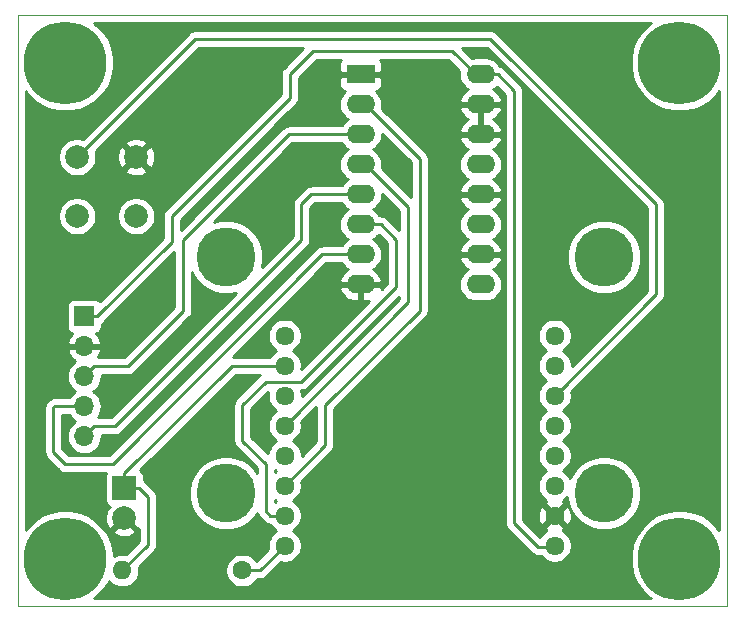
<source format=gbr>
G04 #@! TF.GenerationSoftware,KiCad,Pcbnew,(5.1.2-1)-1*
G04 #@! TF.CreationDate,2019-05-17T18:27:57-07:00*
G04 #@! TF.ProjectId,OfficeClock,4f666669-6365-4436-9c6f-636b2e6b6963,rev?*
G04 #@! TF.SameCoordinates,Original*
G04 #@! TF.FileFunction,Copper,L2,Bot*
G04 #@! TF.FilePolarity,Positive*
%FSLAX46Y46*%
G04 Gerber Fmt 4.6, Leading zero omitted, Abs format (unit mm)*
G04 Created by KiCad (PCBNEW (5.1.2-1)-1) date 2019-05-17 18:27:57*
%MOMM*%
%LPD*%
G04 APERTURE LIST*
%ADD10C,0.050000*%
%ADD11C,5.000000*%
%ADD12R,1.700000X1.700000*%
%ADD13O,1.700000X1.700000*%
%ADD14R,2.400000X1.600000*%
%ADD15O,2.400000X1.600000*%
%ADD16C,7.000000*%
%ADD17C,2.000000*%
%ADD18R,2.000000X2.000000*%
%ADD19C,1.610000*%
%ADD20C,1.600000*%
%ADD21O,1.600000X1.600000*%
%ADD22C,0.250000*%
%ADD23C,0.254000*%
G04 APERTURE END LIST*
D10*
X97100000Y-115220000D02*
X97100000Y-65220000D01*
X157100000Y-115220000D02*
X97100000Y-115220000D01*
X157100000Y-65220000D02*
X157100000Y-115220000D01*
X97100000Y-65220000D02*
X157100000Y-65220000D01*
D11*
X146716000Y-105677000D03*
X146716000Y-85677000D03*
X114716000Y-85677000D03*
X114716000Y-105677000D03*
D12*
X102701000Y-90692000D03*
D13*
X102701000Y-93232000D03*
X102701000Y-95772000D03*
X102701000Y-98312000D03*
X102701000Y-100852000D03*
D14*
X126100000Y-70220000D03*
D15*
X136260000Y-88000000D03*
X126100000Y-72760000D03*
X136260000Y-85460000D03*
X126100000Y-75300000D03*
X136260000Y-82920000D03*
X126100000Y-77840000D03*
X136260000Y-80380000D03*
X126100000Y-80380000D03*
X136260000Y-77840000D03*
X126100000Y-82920000D03*
X136260000Y-75300000D03*
X126100000Y-85460000D03*
X136260000Y-72760000D03*
X126100000Y-88000000D03*
X136260000Y-70220000D03*
D16*
X153100000Y-69220000D03*
X153100000Y-111220000D03*
X101100000Y-111220000D03*
X101100000Y-69220000D03*
D17*
X106100000Y-107760000D03*
D18*
X106100000Y-105220000D03*
D19*
X142530000Y-92330000D03*
X142530000Y-94870000D03*
X142530000Y-97410000D03*
X142530000Y-99950000D03*
X142530000Y-102490000D03*
X142530000Y-105030000D03*
X142530000Y-107570000D03*
X142530000Y-110110000D03*
X119670000Y-110110000D03*
X119670000Y-107570000D03*
X119670000Y-105030000D03*
X119670000Y-102490000D03*
X119670000Y-99950000D03*
X119670000Y-97410000D03*
X119670000Y-94870000D03*
X119670000Y-92330000D03*
D17*
X102100000Y-77220000D03*
X107100000Y-77220000D03*
X107100000Y-82220000D03*
X102100000Y-82220000D03*
D20*
X116100000Y-112220000D03*
D21*
X105940000Y-112220000D03*
D22*
X106100000Y-103970000D02*
X106100000Y-105220000D01*
X115200000Y-94870000D02*
X106100000Y-103970000D01*
X119670000Y-94870000D02*
X115200000Y-94870000D01*
X108100000Y-110060000D02*
X105940000Y-112220000D01*
X108100000Y-105970000D02*
X108100000Y-110060000D01*
X107350000Y-105220000D02*
X108100000Y-105970000D01*
X106100000Y-105220000D02*
X107350000Y-105220000D01*
X117560000Y-112220000D02*
X119670000Y-110110000D01*
X116100000Y-112220000D02*
X117560000Y-112220000D01*
X137100000Y-67220000D02*
X151100000Y-81220000D01*
X112100000Y-67220000D02*
X137100000Y-67220000D01*
X151100000Y-88840000D02*
X142530000Y-97410000D01*
X151100000Y-81220000D02*
X151100000Y-88840000D01*
X102100000Y-77220000D02*
X112100000Y-67220000D01*
X127800000Y-82920000D02*
X126100000Y-82920000D01*
X129100000Y-84220000D02*
X127800000Y-82920000D01*
X129100000Y-88220000D02*
X129100000Y-84220000D01*
X121100000Y-96220000D02*
X129100000Y-88220000D01*
X116100000Y-98220000D02*
X118100000Y-96220000D01*
X118100000Y-103220000D02*
X116100000Y-101220000D01*
X118100000Y-107220000D02*
X118100000Y-103220000D01*
X116100000Y-101220000D02*
X116100000Y-98220000D01*
X118100000Y-96220000D02*
X121100000Y-96220000D01*
X118450000Y-107570000D02*
X118100000Y-107220000D01*
X119670000Y-107570000D02*
X118450000Y-107570000D01*
X126500000Y-72760000D02*
X126100000Y-72760000D01*
X131100000Y-77360000D02*
X126500000Y-72760000D01*
X131100000Y-90220000D02*
X131100000Y-77360000D01*
X123100000Y-98220000D02*
X131100000Y-90220000D01*
X123100000Y-101600000D02*
X123100000Y-98220000D01*
X119670000Y-105030000D02*
X123100000Y-101600000D01*
X126500000Y-77840000D02*
X126100000Y-77840000D01*
X130100000Y-89520000D02*
X130100000Y-81440000D01*
X130100000Y-81440000D02*
X126500000Y-77840000D01*
X119670000Y-99950000D02*
X130100000Y-89520000D01*
X120020000Y-75300000D02*
X126100000Y-75300000D01*
X111100000Y-84220000D02*
X120020000Y-75300000D01*
X106397999Y-94922001D02*
X111100000Y-90220000D01*
X103550999Y-94922001D02*
X106397999Y-94922001D01*
X111100000Y-90220000D02*
X111100000Y-84220000D01*
X102701000Y-95772000D02*
X103550999Y-94922001D01*
X121940000Y-80380000D02*
X126100000Y-80380000D01*
X102701000Y-100852000D02*
X103550999Y-100002001D01*
X121100000Y-81220000D02*
X121940000Y-80380000D01*
X121100000Y-84220000D02*
X121100000Y-81220000D01*
X105317999Y-100002001D02*
X121100000Y-84220000D01*
X103550999Y-100002001D02*
X105317999Y-100002001D01*
X122860000Y-85460000D02*
X126100000Y-85460000D01*
X105100000Y-103220000D02*
X122860000Y-85460000D01*
X101100000Y-103220000D02*
X105100000Y-103220000D01*
X100192000Y-98312000D02*
X100100000Y-98404000D01*
X100100000Y-102220000D02*
X101100000Y-103220000D01*
X100100000Y-98404000D02*
X100100000Y-102220000D01*
X102701000Y-98312000D02*
X100192000Y-98312000D01*
X135860000Y-70220000D02*
X136260000Y-70220000D01*
X122100000Y-68220000D02*
X133860000Y-68220000D01*
X102701000Y-90692000D02*
X103801000Y-90692000D01*
X120100000Y-72220000D02*
X120100000Y-70220000D01*
X110100000Y-82220000D02*
X120100000Y-72220000D01*
X110100000Y-84393000D02*
X110100000Y-82220000D01*
X133860000Y-68220000D02*
X135860000Y-70220000D01*
X120100000Y-70220000D02*
X122100000Y-68220000D01*
X103801000Y-90692000D02*
X110100000Y-84393000D01*
X142420000Y-110220000D02*
X142530000Y-110110000D01*
X137710000Y-70220000D02*
X139100000Y-71610000D01*
X141100000Y-110220000D02*
X142420000Y-110220000D01*
X139100000Y-108220000D02*
X141100000Y-110220000D01*
X139100000Y-71610000D02*
X139100000Y-108220000D01*
X136260000Y-70220000D02*
X137710000Y-70220000D01*
D23*
G36*
X150464091Y-66008136D02*
G01*
X149888136Y-66584091D01*
X149435611Y-67261343D01*
X149123906Y-68013865D01*
X148965000Y-68812738D01*
X148965000Y-69627262D01*
X149123906Y-70426135D01*
X149435611Y-71178657D01*
X149888136Y-71855909D01*
X150464091Y-72431864D01*
X151141343Y-72884389D01*
X151893865Y-73196094D01*
X152692738Y-73355000D01*
X153507262Y-73355000D01*
X154306135Y-73196094D01*
X155058657Y-72884389D01*
X155735909Y-72431864D01*
X156311864Y-71855909D01*
X156440000Y-71664140D01*
X156440001Y-108775862D01*
X156311864Y-108584091D01*
X155735909Y-108008136D01*
X155058657Y-107555611D01*
X154306135Y-107243906D01*
X153507262Y-107085000D01*
X152692738Y-107085000D01*
X151893865Y-107243906D01*
X151141343Y-107555611D01*
X150464091Y-108008136D01*
X149888136Y-108584091D01*
X149435611Y-109261343D01*
X149123906Y-110013865D01*
X148965000Y-110812738D01*
X148965000Y-111627262D01*
X149123906Y-112426135D01*
X149435611Y-113178657D01*
X149888136Y-113855909D01*
X150464091Y-114431864D01*
X150655860Y-114560000D01*
X103544140Y-114560000D01*
X103735909Y-114431864D01*
X104311864Y-113855909D01*
X104764389Y-113178657D01*
X104799938Y-113092834D01*
X104920392Y-113239608D01*
X105138899Y-113418932D01*
X105388192Y-113552182D01*
X105658691Y-113634236D01*
X105869508Y-113655000D01*
X106010492Y-113655000D01*
X106221309Y-113634236D01*
X106491808Y-113552182D01*
X106741101Y-113418932D01*
X106959608Y-113239608D01*
X107138932Y-113021101D01*
X107272182Y-112771808D01*
X107354236Y-112501309D01*
X107381943Y-112220000D01*
X107354236Y-111938691D01*
X107340708Y-111894094D01*
X108611003Y-110623799D01*
X108640001Y-110600001D01*
X108734974Y-110484276D01*
X108805546Y-110352247D01*
X108849003Y-110208986D01*
X108860000Y-110097333D01*
X108860000Y-110097324D01*
X108863676Y-110060001D01*
X108860000Y-110022678D01*
X108860000Y-106007322D01*
X108863676Y-105969999D01*
X108860000Y-105932676D01*
X108860000Y-105932667D01*
X108849003Y-105821014D01*
X108805546Y-105677753D01*
X108734974Y-105545724D01*
X108640001Y-105429999D01*
X108611004Y-105406202D01*
X107913803Y-104709002D01*
X107890001Y-104679999D01*
X107774276Y-104585026D01*
X107738072Y-104565674D01*
X107738072Y-104220000D01*
X107725812Y-104095518D01*
X107689502Y-103975820D01*
X107630537Y-103865506D01*
X107551185Y-103768815D01*
X107454958Y-103689844D01*
X115514803Y-95630000D01*
X117620923Y-95630000D01*
X117559999Y-95679999D01*
X117536201Y-95708997D01*
X115588998Y-97656201D01*
X115560000Y-97679999D01*
X115536202Y-97708997D01*
X115536201Y-97708998D01*
X115465026Y-97795724D01*
X115394454Y-97927754D01*
X115350998Y-98071015D01*
X115336324Y-98220000D01*
X115340001Y-98257332D01*
X115340000Y-101182677D01*
X115336324Y-101220000D01*
X115340000Y-101257322D01*
X115340000Y-101257332D01*
X115350997Y-101368985D01*
X115375880Y-101451014D01*
X115394454Y-101512246D01*
X115465026Y-101644276D01*
X115504871Y-101692826D01*
X115559999Y-101760001D01*
X115589003Y-101783804D01*
X117340001Y-103534803D01*
X117340001Y-103961244D01*
X117151114Y-103678554D01*
X116714446Y-103241886D01*
X116200979Y-102898799D01*
X115630446Y-102662476D01*
X115024771Y-102542000D01*
X114407229Y-102542000D01*
X113801554Y-102662476D01*
X113231021Y-102898799D01*
X112717554Y-103241886D01*
X112280886Y-103678554D01*
X111937799Y-104192021D01*
X111701476Y-104762554D01*
X111581000Y-105368229D01*
X111581000Y-105985771D01*
X111701476Y-106591446D01*
X111937799Y-107161979D01*
X112280886Y-107675446D01*
X112717554Y-108112114D01*
X113231021Y-108455201D01*
X113801554Y-108691524D01*
X114407229Y-108812000D01*
X115024771Y-108812000D01*
X115630446Y-108691524D01*
X116200979Y-108455201D01*
X116714446Y-108112114D01*
X117151114Y-107675446D01*
X117352523Y-107374016D01*
X117357492Y-107390395D01*
X117394454Y-107512246D01*
X117465026Y-107644276D01*
X117504871Y-107692826D01*
X117559999Y-107760001D01*
X117589003Y-107783804D01*
X117886196Y-108080997D01*
X117909999Y-108110001D01*
X118025724Y-108204974D01*
X118157753Y-108275546D01*
X118301014Y-108319003D01*
X118412667Y-108330000D01*
X118412675Y-108330000D01*
X118448285Y-108333507D01*
X118551479Y-108487947D01*
X118752053Y-108688521D01*
X118978757Y-108840000D01*
X118752053Y-108991479D01*
X118551479Y-109192053D01*
X118393888Y-109427904D01*
X118285338Y-109689967D01*
X118230000Y-109968172D01*
X118230000Y-110251828D01*
X118267059Y-110438139D01*
X117288866Y-111416333D01*
X117214637Y-111305241D01*
X117014759Y-111105363D01*
X116779727Y-110948320D01*
X116518574Y-110840147D01*
X116241335Y-110785000D01*
X115958665Y-110785000D01*
X115681426Y-110840147D01*
X115420273Y-110948320D01*
X115185241Y-111105363D01*
X114985363Y-111305241D01*
X114828320Y-111540273D01*
X114720147Y-111801426D01*
X114665000Y-112078665D01*
X114665000Y-112361335D01*
X114720147Y-112638574D01*
X114828320Y-112899727D01*
X114985363Y-113134759D01*
X115185241Y-113334637D01*
X115420273Y-113491680D01*
X115681426Y-113599853D01*
X115958665Y-113655000D01*
X116241335Y-113655000D01*
X116518574Y-113599853D01*
X116779727Y-113491680D01*
X117014759Y-113334637D01*
X117214637Y-113134759D01*
X117318043Y-112980000D01*
X117522678Y-112980000D01*
X117560000Y-112983676D01*
X117597322Y-112980000D01*
X117597333Y-112980000D01*
X117708986Y-112969003D01*
X117852247Y-112925546D01*
X117984276Y-112854974D01*
X118100001Y-112760001D01*
X118123804Y-112730997D01*
X119341861Y-111512941D01*
X119528172Y-111550000D01*
X119811828Y-111550000D01*
X120090033Y-111494662D01*
X120352096Y-111386112D01*
X120587947Y-111228521D01*
X120788521Y-111027947D01*
X120946112Y-110792096D01*
X121054662Y-110530033D01*
X121110000Y-110251828D01*
X121110000Y-109968172D01*
X121054662Y-109689967D01*
X120946112Y-109427904D01*
X120788521Y-109192053D01*
X120587947Y-108991479D01*
X120361243Y-108840000D01*
X120587947Y-108688521D01*
X120788521Y-108487947D01*
X120946112Y-108252096D01*
X121054662Y-107990033D01*
X121110000Y-107711828D01*
X121110000Y-107428172D01*
X121054662Y-107149967D01*
X120946112Y-106887904D01*
X120788521Y-106652053D01*
X120587947Y-106451479D01*
X120361243Y-106300000D01*
X120587947Y-106148521D01*
X120788521Y-105947947D01*
X120946112Y-105712096D01*
X121054662Y-105450033D01*
X121110000Y-105171828D01*
X121110000Y-104888172D01*
X121072941Y-104701861D01*
X123611004Y-102163798D01*
X123640001Y-102140001D01*
X123734974Y-102024276D01*
X123805546Y-101892247D01*
X123849003Y-101748986D01*
X123860000Y-101637333D01*
X123860000Y-101637332D01*
X123863677Y-101600000D01*
X123860000Y-101562667D01*
X123860000Y-98534801D01*
X131611009Y-90783794D01*
X131640001Y-90760001D01*
X131663795Y-90731008D01*
X131663799Y-90731004D01*
X131734973Y-90644277D01*
X131734974Y-90644276D01*
X131805546Y-90512247D01*
X131849003Y-90368986D01*
X131860000Y-90257333D01*
X131860000Y-90257324D01*
X131863676Y-90220001D01*
X131860000Y-90182678D01*
X131860000Y-88000000D01*
X134418057Y-88000000D01*
X134445764Y-88281309D01*
X134527818Y-88551808D01*
X134661068Y-88801101D01*
X134840392Y-89019608D01*
X135058899Y-89198932D01*
X135308192Y-89332182D01*
X135578691Y-89414236D01*
X135789508Y-89435000D01*
X136730492Y-89435000D01*
X136941309Y-89414236D01*
X137211808Y-89332182D01*
X137461101Y-89198932D01*
X137679608Y-89019608D01*
X137858932Y-88801101D01*
X137992182Y-88551808D01*
X138074236Y-88281309D01*
X138101943Y-88000000D01*
X138074236Y-87718691D01*
X137992182Y-87448192D01*
X137858932Y-87198899D01*
X137679608Y-86980392D01*
X137461101Y-86801068D01*
X137333259Y-86732735D01*
X137562839Y-86582601D01*
X137764500Y-86384895D01*
X137923715Y-86151646D01*
X138034367Y-85891818D01*
X138051904Y-85809039D01*
X137929915Y-85587000D01*
X136387000Y-85587000D01*
X136387000Y-85607000D01*
X136133000Y-85607000D01*
X136133000Y-85587000D01*
X134590085Y-85587000D01*
X134468096Y-85809039D01*
X134485633Y-85891818D01*
X134596285Y-86151646D01*
X134755500Y-86384895D01*
X134957161Y-86582601D01*
X135186741Y-86732735D01*
X135058899Y-86801068D01*
X134840392Y-86980392D01*
X134661068Y-87198899D01*
X134527818Y-87448192D01*
X134445764Y-87718691D01*
X134418057Y-88000000D01*
X131860000Y-88000000D01*
X131860000Y-82920000D01*
X134418057Y-82920000D01*
X134445764Y-83201309D01*
X134527818Y-83471808D01*
X134661068Y-83721101D01*
X134840392Y-83939608D01*
X135058899Y-84118932D01*
X135186741Y-84187265D01*
X134957161Y-84337399D01*
X134755500Y-84535105D01*
X134596285Y-84768354D01*
X134485633Y-85028182D01*
X134468096Y-85110961D01*
X134590085Y-85333000D01*
X136133000Y-85333000D01*
X136133000Y-85313000D01*
X136387000Y-85313000D01*
X136387000Y-85333000D01*
X137929915Y-85333000D01*
X138051904Y-85110961D01*
X138034367Y-85028182D01*
X137923715Y-84768354D01*
X137764500Y-84535105D01*
X137562839Y-84337399D01*
X137333259Y-84187265D01*
X137461101Y-84118932D01*
X137679608Y-83939608D01*
X137858932Y-83721101D01*
X137992182Y-83471808D01*
X138074236Y-83201309D01*
X138101943Y-82920000D01*
X138074236Y-82638691D01*
X137992182Y-82368192D01*
X137858932Y-82118899D01*
X137679608Y-81900392D01*
X137461101Y-81721068D01*
X137333259Y-81652735D01*
X137562839Y-81502601D01*
X137764500Y-81304895D01*
X137923715Y-81071646D01*
X138034367Y-80811818D01*
X138051904Y-80729039D01*
X137929915Y-80507000D01*
X136387000Y-80507000D01*
X136387000Y-80527000D01*
X136133000Y-80527000D01*
X136133000Y-80507000D01*
X134590085Y-80507000D01*
X134468096Y-80729039D01*
X134485633Y-80811818D01*
X134596285Y-81071646D01*
X134755500Y-81304895D01*
X134957161Y-81502601D01*
X135186741Y-81652735D01*
X135058899Y-81721068D01*
X134840392Y-81900392D01*
X134661068Y-82118899D01*
X134527818Y-82368192D01*
X134445764Y-82638691D01*
X134418057Y-82920000D01*
X131860000Y-82920000D01*
X131860000Y-77840000D01*
X134418057Y-77840000D01*
X134445764Y-78121309D01*
X134527818Y-78391808D01*
X134661068Y-78641101D01*
X134840392Y-78859608D01*
X135058899Y-79038932D01*
X135186741Y-79107265D01*
X134957161Y-79257399D01*
X134755500Y-79455105D01*
X134596285Y-79688354D01*
X134485633Y-79948182D01*
X134468096Y-80030961D01*
X134590085Y-80253000D01*
X136133000Y-80253000D01*
X136133000Y-80233000D01*
X136387000Y-80233000D01*
X136387000Y-80253000D01*
X137929915Y-80253000D01*
X138051904Y-80030961D01*
X138034367Y-79948182D01*
X137923715Y-79688354D01*
X137764500Y-79455105D01*
X137562839Y-79257399D01*
X137333259Y-79107265D01*
X137461101Y-79038932D01*
X137679608Y-78859608D01*
X137858932Y-78641101D01*
X137992182Y-78391808D01*
X138074236Y-78121309D01*
X138101943Y-77840000D01*
X138074236Y-77558691D01*
X137992182Y-77288192D01*
X137858932Y-77038899D01*
X137679608Y-76820392D01*
X137461101Y-76641068D01*
X137333259Y-76572735D01*
X137562839Y-76422601D01*
X137764500Y-76224895D01*
X137923715Y-75991646D01*
X138034367Y-75731818D01*
X138051904Y-75649039D01*
X137929915Y-75427000D01*
X136387000Y-75427000D01*
X136387000Y-75447000D01*
X136133000Y-75447000D01*
X136133000Y-75427000D01*
X134590085Y-75427000D01*
X134468096Y-75649039D01*
X134485633Y-75731818D01*
X134596285Y-75991646D01*
X134755500Y-76224895D01*
X134957161Y-76422601D01*
X135186741Y-76572735D01*
X135058899Y-76641068D01*
X134840392Y-76820392D01*
X134661068Y-77038899D01*
X134527818Y-77288192D01*
X134445764Y-77558691D01*
X134418057Y-77840000D01*
X131860000Y-77840000D01*
X131860000Y-77397322D01*
X131863676Y-77359999D01*
X131860000Y-77322676D01*
X131860000Y-77322667D01*
X131849003Y-77211014D01*
X131805546Y-77067753D01*
X131734974Y-76935724D01*
X131721811Y-76919685D01*
X131663799Y-76848996D01*
X131663795Y-76848992D01*
X131640001Y-76819999D01*
X131611008Y-76796205D01*
X127923842Y-73109039D01*
X134468096Y-73109039D01*
X134485633Y-73191818D01*
X134596285Y-73451646D01*
X134755500Y-73684895D01*
X134957161Y-73882601D01*
X135182559Y-74030000D01*
X134957161Y-74177399D01*
X134755500Y-74375105D01*
X134596285Y-74608354D01*
X134485633Y-74868182D01*
X134468096Y-74950961D01*
X134590085Y-75173000D01*
X136133000Y-75173000D01*
X136133000Y-72887000D01*
X136387000Y-72887000D01*
X136387000Y-75173000D01*
X137929915Y-75173000D01*
X138051904Y-74950961D01*
X138034367Y-74868182D01*
X137923715Y-74608354D01*
X137764500Y-74375105D01*
X137562839Y-74177399D01*
X137337441Y-74030000D01*
X137562839Y-73882601D01*
X137764500Y-73684895D01*
X137923715Y-73451646D01*
X138034367Y-73191818D01*
X138051904Y-73109039D01*
X137929915Y-72887000D01*
X136387000Y-72887000D01*
X136133000Y-72887000D01*
X134590085Y-72887000D01*
X134468096Y-73109039D01*
X127923842Y-73109039D01*
X127900708Y-73085906D01*
X127914236Y-73041309D01*
X127941943Y-72760000D01*
X127914236Y-72478691D01*
X127832182Y-72208192D01*
X127698932Y-71958899D01*
X127519608Y-71740392D01*
X127406518Y-71647581D01*
X127424482Y-71645812D01*
X127544180Y-71609502D01*
X127654494Y-71550537D01*
X127751185Y-71471185D01*
X127830537Y-71374494D01*
X127889502Y-71264180D01*
X127925812Y-71144482D01*
X127938072Y-71020000D01*
X127935000Y-70505750D01*
X127776250Y-70347000D01*
X126227000Y-70347000D01*
X126227000Y-70367000D01*
X125973000Y-70367000D01*
X125973000Y-70347000D01*
X124423750Y-70347000D01*
X124265000Y-70505750D01*
X124261928Y-71020000D01*
X124274188Y-71144482D01*
X124310498Y-71264180D01*
X124369463Y-71374494D01*
X124448815Y-71471185D01*
X124545506Y-71550537D01*
X124655820Y-71609502D01*
X124775518Y-71645812D01*
X124793482Y-71647581D01*
X124680392Y-71740392D01*
X124501068Y-71958899D01*
X124367818Y-72208192D01*
X124285764Y-72478691D01*
X124258057Y-72760000D01*
X124285764Y-73041309D01*
X124367818Y-73311808D01*
X124501068Y-73561101D01*
X124680392Y-73779608D01*
X124898899Y-73958932D01*
X125031858Y-74030000D01*
X124898899Y-74101068D01*
X124680392Y-74280392D01*
X124501068Y-74498899D01*
X124479099Y-74540000D01*
X120057323Y-74540000D01*
X120020000Y-74536324D01*
X119982677Y-74540000D01*
X119982667Y-74540000D01*
X119871014Y-74550997D01*
X119727753Y-74594454D01*
X119595723Y-74665026D01*
X119512083Y-74733668D01*
X119479999Y-74759999D01*
X119456201Y-74788997D01*
X110860000Y-83385199D01*
X110860000Y-82534801D01*
X120611004Y-72783798D01*
X120640001Y-72760001D01*
X120734974Y-72644276D01*
X120805546Y-72512247D01*
X120849003Y-72368986D01*
X120860000Y-72257333D01*
X120860000Y-72257332D01*
X120863677Y-72220000D01*
X120860000Y-72182667D01*
X120860000Y-70534801D01*
X122414802Y-68980000D01*
X124439636Y-68980000D01*
X124369463Y-69065506D01*
X124310498Y-69175820D01*
X124274188Y-69295518D01*
X124261928Y-69420000D01*
X124265000Y-69934250D01*
X124423750Y-70093000D01*
X125973000Y-70093000D01*
X125973000Y-70073000D01*
X126227000Y-70073000D01*
X126227000Y-70093000D01*
X127776250Y-70093000D01*
X127935000Y-69934250D01*
X127938072Y-69420000D01*
X127925812Y-69295518D01*
X127889502Y-69175820D01*
X127830537Y-69065506D01*
X127760364Y-68980000D01*
X133545199Y-68980000D01*
X134459292Y-69894094D01*
X134445764Y-69938691D01*
X134418057Y-70220000D01*
X134445764Y-70501309D01*
X134527818Y-70771808D01*
X134661068Y-71021101D01*
X134840392Y-71239608D01*
X135058899Y-71418932D01*
X135186741Y-71487265D01*
X134957161Y-71637399D01*
X134755500Y-71835105D01*
X134596285Y-72068354D01*
X134485633Y-72328182D01*
X134468096Y-72410961D01*
X134590085Y-72633000D01*
X136133000Y-72633000D01*
X136133000Y-72613000D01*
X136387000Y-72613000D01*
X136387000Y-72633000D01*
X137929915Y-72633000D01*
X138051904Y-72410961D01*
X138034367Y-72328182D01*
X137923715Y-72068354D01*
X137764500Y-71835105D01*
X137562839Y-71637399D01*
X137333259Y-71487265D01*
X137461101Y-71418932D01*
X137665986Y-71250787D01*
X138340000Y-71924802D01*
X138340001Y-108182667D01*
X138336324Y-108220000D01*
X138340001Y-108257333D01*
X138345630Y-108314479D01*
X138350998Y-108368985D01*
X138394454Y-108512246D01*
X138465026Y-108644276D01*
X138531553Y-108725338D01*
X138560000Y-108760001D01*
X138588998Y-108783799D01*
X140536201Y-110731003D01*
X140559999Y-110760001D01*
X140588997Y-110783799D01*
X140675723Y-110854974D01*
X140807753Y-110925546D01*
X140951014Y-110969003D01*
X141062667Y-110980000D01*
X141062676Y-110980000D01*
X141099999Y-110983676D01*
X141137322Y-110980000D01*
X141379442Y-110980000D01*
X141411479Y-111027947D01*
X141612053Y-111228521D01*
X141847904Y-111386112D01*
X142109967Y-111494662D01*
X142388172Y-111550000D01*
X142671828Y-111550000D01*
X142950033Y-111494662D01*
X143212096Y-111386112D01*
X143447947Y-111228521D01*
X143648521Y-111027947D01*
X143806112Y-110792096D01*
X143914662Y-110530033D01*
X143970000Y-110251828D01*
X143970000Y-109968172D01*
X143914662Y-109689967D01*
X143806112Y-109427904D01*
X143648521Y-109192053D01*
X143447947Y-108991479D01*
X143220584Y-108839560D01*
X143274479Y-108810753D01*
X143346668Y-108566273D01*
X142530000Y-107749605D01*
X141713332Y-108566273D01*
X141785521Y-108810753D01*
X141842293Y-108837637D01*
X141612053Y-108991479D01*
X141411479Y-109192053D01*
X141305485Y-109350683D01*
X139860000Y-107905199D01*
X139860000Y-107640313D01*
X141084742Y-107640313D01*
X141126230Y-107920918D01*
X141221664Y-108188037D01*
X141289247Y-108314479D01*
X141533727Y-108386668D01*
X142350395Y-107570000D01*
X142709605Y-107570000D01*
X143526273Y-108386668D01*
X143770753Y-108314479D01*
X143892153Y-108058115D01*
X143961205Y-107782993D01*
X143975258Y-107499687D01*
X143933770Y-107219082D01*
X143838336Y-106951963D01*
X143770753Y-106825521D01*
X143526273Y-106753332D01*
X142709605Y-107570000D01*
X142350395Y-107570000D01*
X141533727Y-106753332D01*
X141289247Y-106825521D01*
X141167847Y-107081885D01*
X141098795Y-107357007D01*
X141084742Y-107640313D01*
X139860000Y-107640313D01*
X139860000Y-85368229D01*
X143581000Y-85368229D01*
X143581000Y-85985771D01*
X143701476Y-86591446D01*
X143937799Y-87161979D01*
X144280886Y-87675446D01*
X144717554Y-88112114D01*
X145231021Y-88455201D01*
X145801554Y-88691524D01*
X146407229Y-88812000D01*
X147024771Y-88812000D01*
X147630446Y-88691524D01*
X148200979Y-88455201D01*
X148714446Y-88112114D01*
X149151114Y-87675446D01*
X149494201Y-87161979D01*
X149730524Y-86591446D01*
X149851000Y-85985771D01*
X149851000Y-85368229D01*
X149730524Y-84762554D01*
X149494201Y-84192021D01*
X149151114Y-83678554D01*
X148714446Y-83241886D01*
X148200979Y-82898799D01*
X147630446Y-82662476D01*
X147024771Y-82542000D01*
X146407229Y-82542000D01*
X145801554Y-82662476D01*
X145231021Y-82898799D01*
X144717554Y-83241886D01*
X144280886Y-83678554D01*
X143937799Y-84192021D01*
X143701476Y-84762554D01*
X143581000Y-85368229D01*
X139860000Y-85368229D01*
X139860000Y-71647323D01*
X139863676Y-71610000D01*
X139860000Y-71572677D01*
X139860000Y-71572667D01*
X139849003Y-71461014D01*
X139805546Y-71317753D01*
X139734974Y-71185724D01*
X139640001Y-71069999D01*
X139611004Y-71046202D01*
X138273804Y-69709003D01*
X138250001Y-69679999D01*
X138134276Y-69585026D01*
X138002247Y-69514454D01*
X137892157Y-69481059D01*
X137858932Y-69418899D01*
X137679608Y-69200392D01*
X137461101Y-69021068D01*
X137211808Y-68887818D01*
X136941309Y-68805764D01*
X136730492Y-68785000D01*
X135789508Y-68785000D01*
X135578691Y-68805764D01*
X135534094Y-68819292D01*
X134694801Y-67980000D01*
X136785199Y-67980000D01*
X150340000Y-81534802D01*
X150340001Y-88525197D01*
X143970000Y-94895199D01*
X143970000Y-94728172D01*
X143914662Y-94449967D01*
X143806112Y-94187904D01*
X143648521Y-93952053D01*
X143447947Y-93751479D01*
X143221243Y-93600000D01*
X143447947Y-93448521D01*
X143648521Y-93247947D01*
X143806112Y-93012096D01*
X143914662Y-92750033D01*
X143970000Y-92471828D01*
X143970000Y-92188172D01*
X143914662Y-91909967D01*
X143806112Y-91647904D01*
X143648521Y-91412053D01*
X143447947Y-91211479D01*
X143212096Y-91053888D01*
X142950033Y-90945338D01*
X142671828Y-90890000D01*
X142388172Y-90890000D01*
X142109967Y-90945338D01*
X141847904Y-91053888D01*
X141612053Y-91211479D01*
X141411479Y-91412053D01*
X141253888Y-91647904D01*
X141145338Y-91909967D01*
X141090000Y-92188172D01*
X141090000Y-92471828D01*
X141145338Y-92750033D01*
X141253888Y-93012096D01*
X141411479Y-93247947D01*
X141612053Y-93448521D01*
X141838757Y-93600000D01*
X141612053Y-93751479D01*
X141411479Y-93952053D01*
X141253888Y-94187904D01*
X141145338Y-94449967D01*
X141090000Y-94728172D01*
X141090000Y-95011828D01*
X141145338Y-95290033D01*
X141253888Y-95552096D01*
X141411479Y-95787947D01*
X141612053Y-95988521D01*
X141838757Y-96140000D01*
X141612053Y-96291479D01*
X141411479Y-96492053D01*
X141253888Y-96727904D01*
X141145338Y-96989967D01*
X141090000Y-97268172D01*
X141090000Y-97551828D01*
X141145338Y-97830033D01*
X141253888Y-98092096D01*
X141411479Y-98327947D01*
X141612053Y-98528521D01*
X141838757Y-98680000D01*
X141612053Y-98831479D01*
X141411479Y-99032053D01*
X141253888Y-99267904D01*
X141145338Y-99529967D01*
X141090000Y-99808172D01*
X141090000Y-100091828D01*
X141145338Y-100370033D01*
X141253888Y-100632096D01*
X141411479Y-100867947D01*
X141612053Y-101068521D01*
X141838757Y-101220000D01*
X141612053Y-101371479D01*
X141411479Y-101572053D01*
X141253888Y-101807904D01*
X141145338Y-102069967D01*
X141090000Y-102348172D01*
X141090000Y-102631828D01*
X141145338Y-102910033D01*
X141253888Y-103172096D01*
X141411479Y-103407947D01*
X141612053Y-103608521D01*
X141838757Y-103760000D01*
X141612053Y-103911479D01*
X141411479Y-104112053D01*
X141253888Y-104347904D01*
X141145338Y-104609967D01*
X141090000Y-104888172D01*
X141090000Y-105171828D01*
X141145338Y-105450033D01*
X141253888Y-105712096D01*
X141411479Y-105947947D01*
X141612053Y-106148521D01*
X141839416Y-106300440D01*
X141785521Y-106329247D01*
X141713332Y-106573727D01*
X142530000Y-107390395D01*
X143346668Y-106573727D01*
X143274479Y-106329247D01*
X143217707Y-106302363D01*
X143447947Y-106148521D01*
X143585927Y-106010541D01*
X143701476Y-106591446D01*
X143937799Y-107161979D01*
X144280886Y-107675446D01*
X144717554Y-108112114D01*
X145231021Y-108455201D01*
X145801554Y-108691524D01*
X146407229Y-108812000D01*
X147024771Y-108812000D01*
X147630446Y-108691524D01*
X148200979Y-108455201D01*
X148714446Y-108112114D01*
X149151114Y-107675446D01*
X149494201Y-107161979D01*
X149730524Y-106591446D01*
X149851000Y-105985771D01*
X149851000Y-105368229D01*
X149730524Y-104762554D01*
X149494201Y-104192021D01*
X149151114Y-103678554D01*
X148714446Y-103241886D01*
X148200979Y-102898799D01*
X147630446Y-102662476D01*
X147024771Y-102542000D01*
X146407229Y-102542000D01*
X145801554Y-102662476D01*
X145231021Y-102898799D01*
X144717554Y-103241886D01*
X144280886Y-103678554D01*
X143937799Y-104192021D01*
X143839671Y-104428923D01*
X143806112Y-104347904D01*
X143648521Y-104112053D01*
X143447947Y-103911479D01*
X143221243Y-103760000D01*
X143447947Y-103608521D01*
X143648521Y-103407947D01*
X143806112Y-103172096D01*
X143914662Y-102910033D01*
X143970000Y-102631828D01*
X143970000Y-102348172D01*
X143914662Y-102069967D01*
X143806112Y-101807904D01*
X143648521Y-101572053D01*
X143447947Y-101371479D01*
X143221243Y-101220000D01*
X143447947Y-101068521D01*
X143648521Y-100867947D01*
X143806112Y-100632096D01*
X143914662Y-100370033D01*
X143970000Y-100091828D01*
X143970000Y-99808172D01*
X143914662Y-99529967D01*
X143806112Y-99267904D01*
X143648521Y-99032053D01*
X143447947Y-98831479D01*
X143221243Y-98680000D01*
X143447947Y-98528521D01*
X143648521Y-98327947D01*
X143806112Y-98092096D01*
X143914662Y-97830033D01*
X143970000Y-97551828D01*
X143970000Y-97268172D01*
X143932941Y-97081860D01*
X151611003Y-89403799D01*
X151640001Y-89380001D01*
X151734974Y-89264276D01*
X151805546Y-89132247D01*
X151849003Y-88988986D01*
X151860000Y-88877333D01*
X151860000Y-88877324D01*
X151863676Y-88840001D01*
X151860000Y-88802678D01*
X151860000Y-81257323D01*
X151863676Y-81220000D01*
X151860000Y-81182677D01*
X151860000Y-81182667D01*
X151849003Y-81071014D01*
X151805546Y-80927753D01*
X151734974Y-80795724D01*
X151640001Y-80679999D01*
X151611004Y-80656202D01*
X137663804Y-66709003D01*
X137640001Y-66679999D01*
X137524276Y-66585026D01*
X137392247Y-66514454D01*
X137248986Y-66470997D01*
X137137333Y-66460000D01*
X137137322Y-66460000D01*
X137100000Y-66456324D01*
X137062678Y-66460000D01*
X112137333Y-66460000D01*
X112100000Y-66456323D01*
X112062667Y-66460000D01*
X111951014Y-66470997D01*
X111807753Y-66514454D01*
X111675724Y-66585026D01*
X111559999Y-66679999D01*
X111536201Y-66708997D01*
X102591376Y-75653823D01*
X102576912Y-75647832D01*
X102261033Y-75585000D01*
X101938967Y-75585000D01*
X101623088Y-75647832D01*
X101325537Y-75771082D01*
X101057748Y-75950013D01*
X100830013Y-76177748D01*
X100651082Y-76445537D01*
X100527832Y-76743088D01*
X100465000Y-77058967D01*
X100465000Y-77381033D01*
X100527832Y-77696912D01*
X100651082Y-77994463D01*
X100830013Y-78262252D01*
X101057748Y-78489987D01*
X101325537Y-78668918D01*
X101623088Y-78792168D01*
X101938967Y-78855000D01*
X102261033Y-78855000D01*
X102576912Y-78792168D01*
X102874463Y-78668918D01*
X103142252Y-78489987D01*
X103276826Y-78355413D01*
X106144192Y-78355413D01*
X106239956Y-78619814D01*
X106529571Y-78760704D01*
X106841108Y-78842384D01*
X107162595Y-78861718D01*
X107481675Y-78817961D01*
X107786088Y-78712795D01*
X107960044Y-78619814D01*
X108055808Y-78355413D01*
X107100000Y-77399605D01*
X106144192Y-78355413D01*
X103276826Y-78355413D01*
X103369987Y-78262252D01*
X103548918Y-77994463D01*
X103672168Y-77696912D01*
X103735000Y-77381033D01*
X103735000Y-77282595D01*
X105458282Y-77282595D01*
X105502039Y-77601675D01*
X105607205Y-77906088D01*
X105700186Y-78080044D01*
X105964587Y-78175808D01*
X106920395Y-77220000D01*
X107279605Y-77220000D01*
X108235413Y-78175808D01*
X108499814Y-78080044D01*
X108640704Y-77790429D01*
X108722384Y-77478892D01*
X108741718Y-77157405D01*
X108697961Y-76838325D01*
X108592795Y-76533912D01*
X108499814Y-76359956D01*
X108235413Y-76264192D01*
X107279605Y-77220000D01*
X106920395Y-77220000D01*
X105964587Y-76264192D01*
X105700186Y-76359956D01*
X105559296Y-76649571D01*
X105477616Y-76961108D01*
X105458282Y-77282595D01*
X103735000Y-77282595D01*
X103735000Y-77058967D01*
X103672168Y-76743088D01*
X103666177Y-76728624D01*
X104310214Y-76084587D01*
X106144192Y-76084587D01*
X107100000Y-77040395D01*
X108055808Y-76084587D01*
X107960044Y-75820186D01*
X107670429Y-75679296D01*
X107358892Y-75597616D01*
X107037405Y-75578282D01*
X106718325Y-75622039D01*
X106413912Y-75727205D01*
X106239956Y-75820186D01*
X106144192Y-76084587D01*
X104310214Y-76084587D01*
X112414802Y-67980000D01*
X121265198Y-67980000D01*
X119588998Y-69656201D01*
X119560000Y-69679999D01*
X119536202Y-69708997D01*
X119536201Y-69708998D01*
X119465026Y-69795724D01*
X119394454Y-69927754D01*
X119364180Y-70027558D01*
X119350999Y-70071013D01*
X119350998Y-70071015D01*
X119336324Y-70220000D01*
X119340001Y-70257332D01*
X119340000Y-71905198D01*
X109588998Y-81656201D01*
X109560000Y-81679999D01*
X109536202Y-81708997D01*
X109536201Y-81708998D01*
X109465026Y-81795724D01*
X109394454Y-81927754D01*
X109381942Y-81969002D01*
X109354653Y-82058967D01*
X109350998Y-82071015D01*
X109336324Y-82220000D01*
X109340001Y-82257332D01*
X109340000Y-84078198D01*
X104013543Y-89404655D01*
X104002185Y-89390815D01*
X103905494Y-89311463D01*
X103795180Y-89252498D01*
X103675482Y-89216188D01*
X103551000Y-89203928D01*
X101851000Y-89203928D01*
X101726518Y-89216188D01*
X101606820Y-89252498D01*
X101496506Y-89311463D01*
X101399815Y-89390815D01*
X101320463Y-89487506D01*
X101261498Y-89597820D01*
X101225188Y-89717518D01*
X101212928Y-89842000D01*
X101212928Y-91542000D01*
X101225188Y-91666482D01*
X101261498Y-91786180D01*
X101320463Y-91896494D01*
X101399815Y-91993185D01*
X101496506Y-92072537D01*
X101606820Y-92131502D01*
X101687466Y-92155966D01*
X101603412Y-92231731D01*
X101429359Y-92465080D01*
X101304175Y-92727901D01*
X101259524Y-92875110D01*
X101380845Y-93105000D01*
X102574000Y-93105000D01*
X102574000Y-93085000D01*
X102828000Y-93085000D01*
X102828000Y-93105000D01*
X104021155Y-93105000D01*
X104142476Y-92875110D01*
X104097825Y-92727901D01*
X103972641Y-92465080D01*
X103798588Y-92231731D01*
X103714534Y-92155966D01*
X103795180Y-92131502D01*
X103905494Y-92072537D01*
X104002185Y-91993185D01*
X104081537Y-91896494D01*
X104140502Y-91786180D01*
X104176812Y-91666482D01*
X104189072Y-91542000D01*
X104189072Y-91346326D01*
X104225276Y-91326974D01*
X104341001Y-91232001D01*
X104364804Y-91202997D01*
X110340001Y-85227801D01*
X110340000Y-89905198D01*
X106083198Y-94162001D01*
X103851000Y-94162001D01*
X103972641Y-93998920D01*
X104097825Y-93736099D01*
X104142476Y-93588890D01*
X104021155Y-93359000D01*
X102828000Y-93359000D01*
X102828000Y-93379000D01*
X102574000Y-93379000D01*
X102574000Y-93359000D01*
X101380845Y-93359000D01*
X101259524Y-93588890D01*
X101304175Y-93736099D01*
X101429359Y-93998920D01*
X101603412Y-94232269D01*
X101819645Y-94427178D01*
X101936523Y-94496799D01*
X101871986Y-94531294D01*
X101645866Y-94716866D01*
X101460294Y-94942986D01*
X101322401Y-95200966D01*
X101237487Y-95480889D01*
X101208815Y-95772000D01*
X101237487Y-96063111D01*
X101322401Y-96343034D01*
X101460294Y-96601014D01*
X101645866Y-96827134D01*
X101871986Y-97012706D01*
X101926791Y-97042000D01*
X101871986Y-97071294D01*
X101645866Y-97256866D01*
X101460294Y-97482986D01*
X101423405Y-97552000D01*
X100229325Y-97552000D01*
X100192000Y-97548324D01*
X100154675Y-97552000D01*
X100154667Y-97552000D01*
X100043014Y-97562997D01*
X99899753Y-97606454D01*
X99767724Y-97677026D01*
X99651999Y-97771999D01*
X99628196Y-97801003D01*
X99589003Y-97840196D01*
X99559999Y-97863999D01*
X99507678Y-97927753D01*
X99465026Y-97979724D01*
X99394455Y-98111753D01*
X99394454Y-98111754D01*
X99350997Y-98255015D01*
X99340000Y-98366668D01*
X99340000Y-98366678D01*
X99336324Y-98404000D01*
X99340000Y-98441323D01*
X99340001Y-102182668D01*
X99336324Y-102220000D01*
X99350998Y-102368985D01*
X99394454Y-102512246D01*
X99465026Y-102644276D01*
X99518142Y-102708997D01*
X99560000Y-102760001D01*
X99588998Y-102783799D01*
X100536201Y-103731003D01*
X100559999Y-103760001D01*
X100588997Y-103783799D01*
X100675724Y-103854974D01*
X100807753Y-103925546D01*
X100951014Y-103969003D01*
X101100000Y-103983677D01*
X101137333Y-103980000D01*
X104509230Y-103980000D01*
X104474188Y-104095518D01*
X104461928Y-104220000D01*
X104461928Y-106220000D01*
X104474188Y-106344482D01*
X104510498Y-106464180D01*
X104569463Y-106574494D01*
X104648815Y-106671185D01*
X104745506Y-106750537D01*
X104855820Y-106809502D01*
X104907033Y-106825037D01*
X104700186Y-106899956D01*
X104559296Y-107189571D01*
X104477616Y-107501108D01*
X104458282Y-107822595D01*
X104502039Y-108141675D01*
X104607205Y-108446088D01*
X104700186Y-108620044D01*
X104964587Y-108715808D01*
X105920395Y-107760000D01*
X105906253Y-107745858D01*
X106085858Y-107566253D01*
X106100000Y-107580395D01*
X106114143Y-107566253D01*
X106293748Y-107745858D01*
X106279605Y-107760000D01*
X107235413Y-108715808D01*
X107340001Y-108677927D01*
X107340001Y-109745197D01*
X106265906Y-110819292D01*
X106221309Y-110805764D01*
X106010492Y-110785000D01*
X105869508Y-110785000D01*
X105658691Y-110805764D01*
X105388192Y-110887818D01*
X105235000Y-110969701D01*
X105235000Y-110812738D01*
X105076094Y-110013865D01*
X104764389Y-109261343D01*
X104519883Y-108895413D01*
X105144192Y-108895413D01*
X105239956Y-109159814D01*
X105529571Y-109300704D01*
X105841108Y-109382384D01*
X106162595Y-109401718D01*
X106481675Y-109357961D01*
X106786088Y-109252795D01*
X106960044Y-109159814D01*
X107055808Y-108895413D01*
X106100000Y-107939605D01*
X105144192Y-108895413D01*
X104519883Y-108895413D01*
X104311864Y-108584091D01*
X103735909Y-108008136D01*
X103058657Y-107555611D01*
X102306135Y-107243906D01*
X101507262Y-107085000D01*
X100692738Y-107085000D01*
X99893865Y-107243906D01*
X99141343Y-107555611D01*
X98464091Y-108008136D01*
X97888136Y-108584091D01*
X97760000Y-108775860D01*
X97760000Y-82058967D01*
X100465000Y-82058967D01*
X100465000Y-82381033D01*
X100527832Y-82696912D01*
X100651082Y-82994463D01*
X100830013Y-83262252D01*
X101057748Y-83489987D01*
X101325537Y-83668918D01*
X101623088Y-83792168D01*
X101938967Y-83855000D01*
X102261033Y-83855000D01*
X102576912Y-83792168D01*
X102874463Y-83668918D01*
X103142252Y-83489987D01*
X103369987Y-83262252D01*
X103548918Y-82994463D01*
X103672168Y-82696912D01*
X103735000Y-82381033D01*
X103735000Y-82058967D01*
X105465000Y-82058967D01*
X105465000Y-82381033D01*
X105527832Y-82696912D01*
X105651082Y-82994463D01*
X105830013Y-83262252D01*
X106057748Y-83489987D01*
X106325537Y-83668918D01*
X106623088Y-83792168D01*
X106938967Y-83855000D01*
X107261033Y-83855000D01*
X107576912Y-83792168D01*
X107874463Y-83668918D01*
X108142252Y-83489987D01*
X108369987Y-83262252D01*
X108548918Y-82994463D01*
X108672168Y-82696912D01*
X108735000Y-82381033D01*
X108735000Y-82058967D01*
X108672168Y-81743088D01*
X108548918Y-81445537D01*
X108369987Y-81177748D01*
X108142252Y-80950013D01*
X107874463Y-80771082D01*
X107576912Y-80647832D01*
X107261033Y-80585000D01*
X106938967Y-80585000D01*
X106623088Y-80647832D01*
X106325537Y-80771082D01*
X106057748Y-80950013D01*
X105830013Y-81177748D01*
X105651082Y-81445537D01*
X105527832Y-81743088D01*
X105465000Y-82058967D01*
X103735000Y-82058967D01*
X103672168Y-81743088D01*
X103548918Y-81445537D01*
X103369987Y-81177748D01*
X103142252Y-80950013D01*
X102874463Y-80771082D01*
X102576912Y-80647832D01*
X102261033Y-80585000D01*
X101938967Y-80585000D01*
X101623088Y-80647832D01*
X101325537Y-80771082D01*
X101057748Y-80950013D01*
X100830013Y-81177748D01*
X100651082Y-81445537D01*
X100527832Y-81743088D01*
X100465000Y-82058967D01*
X97760000Y-82058967D01*
X97760000Y-71664140D01*
X97888136Y-71855909D01*
X98464091Y-72431864D01*
X99141343Y-72884389D01*
X99893865Y-73196094D01*
X100692738Y-73355000D01*
X101507262Y-73355000D01*
X102306135Y-73196094D01*
X103058657Y-72884389D01*
X103735909Y-72431864D01*
X104311864Y-71855909D01*
X104764389Y-71178657D01*
X105076094Y-70426135D01*
X105235000Y-69627262D01*
X105235000Y-68812738D01*
X105076094Y-68013865D01*
X104764389Y-67261343D01*
X104311864Y-66584091D01*
X103735909Y-66008136D01*
X103544140Y-65880000D01*
X150655860Y-65880000D01*
X150464091Y-66008136D01*
X150464091Y-66008136D01*
G37*
X150464091Y-66008136D02*
X149888136Y-66584091D01*
X149435611Y-67261343D01*
X149123906Y-68013865D01*
X148965000Y-68812738D01*
X148965000Y-69627262D01*
X149123906Y-70426135D01*
X149435611Y-71178657D01*
X149888136Y-71855909D01*
X150464091Y-72431864D01*
X151141343Y-72884389D01*
X151893865Y-73196094D01*
X152692738Y-73355000D01*
X153507262Y-73355000D01*
X154306135Y-73196094D01*
X155058657Y-72884389D01*
X155735909Y-72431864D01*
X156311864Y-71855909D01*
X156440000Y-71664140D01*
X156440001Y-108775862D01*
X156311864Y-108584091D01*
X155735909Y-108008136D01*
X155058657Y-107555611D01*
X154306135Y-107243906D01*
X153507262Y-107085000D01*
X152692738Y-107085000D01*
X151893865Y-107243906D01*
X151141343Y-107555611D01*
X150464091Y-108008136D01*
X149888136Y-108584091D01*
X149435611Y-109261343D01*
X149123906Y-110013865D01*
X148965000Y-110812738D01*
X148965000Y-111627262D01*
X149123906Y-112426135D01*
X149435611Y-113178657D01*
X149888136Y-113855909D01*
X150464091Y-114431864D01*
X150655860Y-114560000D01*
X103544140Y-114560000D01*
X103735909Y-114431864D01*
X104311864Y-113855909D01*
X104764389Y-113178657D01*
X104799938Y-113092834D01*
X104920392Y-113239608D01*
X105138899Y-113418932D01*
X105388192Y-113552182D01*
X105658691Y-113634236D01*
X105869508Y-113655000D01*
X106010492Y-113655000D01*
X106221309Y-113634236D01*
X106491808Y-113552182D01*
X106741101Y-113418932D01*
X106959608Y-113239608D01*
X107138932Y-113021101D01*
X107272182Y-112771808D01*
X107354236Y-112501309D01*
X107381943Y-112220000D01*
X107354236Y-111938691D01*
X107340708Y-111894094D01*
X108611003Y-110623799D01*
X108640001Y-110600001D01*
X108734974Y-110484276D01*
X108805546Y-110352247D01*
X108849003Y-110208986D01*
X108860000Y-110097333D01*
X108860000Y-110097324D01*
X108863676Y-110060001D01*
X108860000Y-110022678D01*
X108860000Y-106007322D01*
X108863676Y-105969999D01*
X108860000Y-105932676D01*
X108860000Y-105932667D01*
X108849003Y-105821014D01*
X108805546Y-105677753D01*
X108734974Y-105545724D01*
X108640001Y-105429999D01*
X108611004Y-105406202D01*
X107913803Y-104709002D01*
X107890001Y-104679999D01*
X107774276Y-104585026D01*
X107738072Y-104565674D01*
X107738072Y-104220000D01*
X107725812Y-104095518D01*
X107689502Y-103975820D01*
X107630537Y-103865506D01*
X107551185Y-103768815D01*
X107454958Y-103689844D01*
X115514803Y-95630000D01*
X117620923Y-95630000D01*
X117559999Y-95679999D01*
X117536201Y-95708997D01*
X115588998Y-97656201D01*
X115560000Y-97679999D01*
X115536202Y-97708997D01*
X115536201Y-97708998D01*
X115465026Y-97795724D01*
X115394454Y-97927754D01*
X115350998Y-98071015D01*
X115336324Y-98220000D01*
X115340001Y-98257332D01*
X115340000Y-101182677D01*
X115336324Y-101220000D01*
X115340000Y-101257322D01*
X115340000Y-101257332D01*
X115350997Y-101368985D01*
X115375880Y-101451014D01*
X115394454Y-101512246D01*
X115465026Y-101644276D01*
X115504871Y-101692826D01*
X115559999Y-101760001D01*
X115589003Y-101783804D01*
X117340001Y-103534803D01*
X117340001Y-103961244D01*
X117151114Y-103678554D01*
X116714446Y-103241886D01*
X116200979Y-102898799D01*
X115630446Y-102662476D01*
X115024771Y-102542000D01*
X114407229Y-102542000D01*
X113801554Y-102662476D01*
X113231021Y-102898799D01*
X112717554Y-103241886D01*
X112280886Y-103678554D01*
X111937799Y-104192021D01*
X111701476Y-104762554D01*
X111581000Y-105368229D01*
X111581000Y-105985771D01*
X111701476Y-106591446D01*
X111937799Y-107161979D01*
X112280886Y-107675446D01*
X112717554Y-108112114D01*
X113231021Y-108455201D01*
X113801554Y-108691524D01*
X114407229Y-108812000D01*
X115024771Y-108812000D01*
X115630446Y-108691524D01*
X116200979Y-108455201D01*
X116714446Y-108112114D01*
X117151114Y-107675446D01*
X117352523Y-107374016D01*
X117357492Y-107390395D01*
X117394454Y-107512246D01*
X117465026Y-107644276D01*
X117504871Y-107692826D01*
X117559999Y-107760001D01*
X117589003Y-107783804D01*
X117886196Y-108080997D01*
X117909999Y-108110001D01*
X118025724Y-108204974D01*
X118157753Y-108275546D01*
X118301014Y-108319003D01*
X118412667Y-108330000D01*
X118412675Y-108330000D01*
X118448285Y-108333507D01*
X118551479Y-108487947D01*
X118752053Y-108688521D01*
X118978757Y-108840000D01*
X118752053Y-108991479D01*
X118551479Y-109192053D01*
X118393888Y-109427904D01*
X118285338Y-109689967D01*
X118230000Y-109968172D01*
X118230000Y-110251828D01*
X118267059Y-110438139D01*
X117288866Y-111416333D01*
X117214637Y-111305241D01*
X117014759Y-111105363D01*
X116779727Y-110948320D01*
X116518574Y-110840147D01*
X116241335Y-110785000D01*
X115958665Y-110785000D01*
X115681426Y-110840147D01*
X115420273Y-110948320D01*
X115185241Y-111105363D01*
X114985363Y-111305241D01*
X114828320Y-111540273D01*
X114720147Y-111801426D01*
X114665000Y-112078665D01*
X114665000Y-112361335D01*
X114720147Y-112638574D01*
X114828320Y-112899727D01*
X114985363Y-113134759D01*
X115185241Y-113334637D01*
X115420273Y-113491680D01*
X115681426Y-113599853D01*
X115958665Y-113655000D01*
X116241335Y-113655000D01*
X116518574Y-113599853D01*
X116779727Y-113491680D01*
X117014759Y-113334637D01*
X117214637Y-113134759D01*
X117318043Y-112980000D01*
X117522678Y-112980000D01*
X117560000Y-112983676D01*
X117597322Y-112980000D01*
X117597333Y-112980000D01*
X117708986Y-112969003D01*
X117852247Y-112925546D01*
X117984276Y-112854974D01*
X118100001Y-112760001D01*
X118123804Y-112730997D01*
X119341861Y-111512941D01*
X119528172Y-111550000D01*
X119811828Y-111550000D01*
X120090033Y-111494662D01*
X120352096Y-111386112D01*
X120587947Y-111228521D01*
X120788521Y-111027947D01*
X120946112Y-110792096D01*
X121054662Y-110530033D01*
X121110000Y-110251828D01*
X121110000Y-109968172D01*
X121054662Y-109689967D01*
X120946112Y-109427904D01*
X120788521Y-109192053D01*
X120587947Y-108991479D01*
X120361243Y-108840000D01*
X120587947Y-108688521D01*
X120788521Y-108487947D01*
X120946112Y-108252096D01*
X121054662Y-107990033D01*
X121110000Y-107711828D01*
X121110000Y-107428172D01*
X121054662Y-107149967D01*
X120946112Y-106887904D01*
X120788521Y-106652053D01*
X120587947Y-106451479D01*
X120361243Y-106300000D01*
X120587947Y-106148521D01*
X120788521Y-105947947D01*
X120946112Y-105712096D01*
X121054662Y-105450033D01*
X121110000Y-105171828D01*
X121110000Y-104888172D01*
X121072941Y-104701861D01*
X123611004Y-102163798D01*
X123640001Y-102140001D01*
X123734974Y-102024276D01*
X123805546Y-101892247D01*
X123849003Y-101748986D01*
X123860000Y-101637333D01*
X123860000Y-101637332D01*
X123863677Y-101600000D01*
X123860000Y-101562667D01*
X123860000Y-98534801D01*
X131611009Y-90783794D01*
X131640001Y-90760001D01*
X131663795Y-90731008D01*
X131663799Y-90731004D01*
X131734973Y-90644277D01*
X131734974Y-90644276D01*
X131805546Y-90512247D01*
X131849003Y-90368986D01*
X131860000Y-90257333D01*
X131860000Y-90257324D01*
X131863676Y-90220001D01*
X131860000Y-90182678D01*
X131860000Y-88000000D01*
X134418057Y-88000000D01*
X134445764Y-88281309D01*
X134527818Y-88551808D01*
X134661068Y-88801101D01*
X134840392Y-89019608D01*
X135058899Y-89198932D01*
X135308192Y-89332182D01*
X135578691Y-89414236D01*
X135789508Y-89435000D01*
X136730492Y-89435000D01*
X136941309Y-89414236D01*
X137211808Y-89332182D01*
X137461101Y-89198932D01*
X137679608Y-89019608D01*
X137858932Y-88801101D01*
X137992182Y-88551808D01*
X138074236Y-88281309D01*
X138101943Y-88000000D01*
X138074236Y-87718691D01*
X137992182Y-87448192D01*
X137858932Y-87198899D01*
X137679608Y-86980392D01*
X137461101Y-86801068D01*
X137333259Y-86732735D01*
X137562839Y-86582601D01*
X137764500Y-86384895D01*
X137923715Y-86151646D01*
X138034367Y-85891818D01*
X138051904Y-85809039D01*
X137929915Y-85587000D01*
X136387000Y-85587000D01*
X136387000Y-85607000D01*
X136133000Y-85607000D01*
X136133000Y-85587000D01*
X134590085Y-85587000D01*
X134468096Y-85809039D01*
X134485633Y-85891818D01*
X134596285Y-86151646D01*
X134755500Y-86384895D01*
X134957161Y-86582601D01*
X135186741Y-86732735D01*
X135058899Y-86801068D01*
X134840392Y-86980392D01*
X134661068Y-87198899D01*
X134527818Y-87448192D01*
X134445764Y-87718691D01*
X134418057Y-88000000D01*
X131860000Y-88000000D01*
X131860000Y-82920000D01*
X134418057Y-82920000D01*
X134445764Y-83201309D01*
X134527818Y-83471808D01*
X134661068Y-83721101D01*
X134840392Y-83939608D01*
X135058899Y-84118932D01*
X135186741Y-84187265D01*
X134957161Y-84337399D01*
X134755500Y-84535105D01*
X134596285Y-84768354D01*
X134485633Y-85028182D01*
X134468096Y-85110961D01*
X134590085Y-85333000D01*
X136133000Y-85333000D01*
X136133000Y-85313000D01*
X136387000Y-85313000D01*
X136387000Y-85333000D01*
X137929915Y-85333000D01*
X138051904Y-85110961D01*
X138034367Y-85028182D01*
X137923715Y-84768354D01*
X137764500Y-84535105D01*
X137562839Y-84337399D01*
X137333259Y-84187265D01*
X137461101Y-84118932D01*
X137679608Y-83939608D01*
X137858932Y-83721101D01*
X137992182Y-83471808D01*
X138074236Y-83201309D01*
X138101943Y-82920000D01*
X138074236Y-82638691D01*
X137992182Y-82368192D01*
X137858932Y-82118899D01*
X137679608Y-81900392D01*
X137461101Y-81721068D01*
X137333259Y-81652735D01*
X137562839Y-81502601D01*
X137764500Y-81304895D01*
X137923715Y-81071646D01*
X138034367Y-80811818D01*
X138051904Y-80729039D01*
X137929915Y-80507000D01*
X136387000Y-80507000D01*
X136387000Y-80527000D01*
X136133000Y-80527000D01*
X136133000Y-80507000D01*
X134590085Y-80507000D01*
X134468096Y-80729039D01*
X134485633Y-80811818D01*
X134596285Y-81071646D01*
X134755500Y-81304895D01*
X134957161Y-81502601D01*
X135186741Y-81652735D01*
X135058899Y-81721068D01*
X134840392Y-81900392D01*
X134661068Y-82118899D01*
X134527818Y-82368192D01*
X134445764Y-82638691D01*
X134418057Y-82920000D01*
X131860000Y-82920000D01*
X131860000Y-77840000D01*
X134418057Y-77840000D01*
X134445764Y-78121309D01*
X134527818Y-78391808D01*
X134661068Y-78641101D01*
X134840392Y-78859608D01*
X135058899Y-79038932D01*
X135186741Y-79107265D01*
X134957161Y-79257399D01*
X134755500Y-79455105D01*
X134596285Y-79688354D01*
X134485633Y-79948182D01*
X134468096Y-80030961D01*
X134590085Y-80253000D01*
X136133000Y-80253000D01*
X136133000Y-80233000D01*
X136387000Y-80233000D01*
X136387000Y-80253000D01*
X137929915Y-80253000D01*
X138051904Y-80030961D01*
X138034367Y-79948182D01*
X137923715Y-79688354D01*
X137764500Y-79455105D01*
X137562839Y-79257399D01*
X137333259Y-79107265D01*
X137461101Y-79038932D01*
X137679608Y-78859608D01*
X137858932Y-78641101D01*
X137992182Y-78391808D01*
X138074236Y-78121309D01*
X138101943Y-77840000D01*
X138074236Y-77558691D01*
X137992182Y-77288192D01*
X137858932Y-77038899D01*
X137679608Y-76820392D01*
X137461101Y-76641068D01*
X137333259Y-76572735D01*
X137562839Y-76422601D01*
X137764500Y-76224895D01*
X137923715Y-75991646D01*
X138034367Y-75731818D01*
X138051904Y-75649039D01*
X137929915Y-75427000D01*
X136387000Y-75427000D01*
X136387000Y-75447000D01*
X136133000Y-75447000D01*
X136133000Y-75427000D01*
X134590085Y-75427000D01*
X134468096Y-75649039D01*
X134485633Y-75731818D01*
X134596285Y-75991646D01*
X134755500Y-76224895D01*
X134957161Y-76422601D01*
X135186741Y-76572735D01*
X135058899Y-76641068D01*
X134840392Y-76820392D01*
X134661068Y-77038899D01*
X134527818Y-77288192D01*
X134445764Y-77558691D01*
X134418057Y-77840000D01*
X131860000Y-77840000D01*
X131860000Y-77397322D01*
X131863676Y-77359999D01*
X131860000Y-77322676D01*
X131860000Y-77322667D01*
X131849003Y-77211014D01*
X131805546Y-77067753D01*
X131734974Y-76935724D01*
X131721811Y-76919685D01*
X131663799Y-76848996D01*
X131663795Y-76848992D01*
X131640001Y-76819999D01*
X131611008Y-76796205D01*
X127923842Y-73109039D01*
X134468096Y-73109039D01*
X134485633Y-73191818D01*
X134596285Y-73451646D01*
X134755500Y-73684895D01*
X134957161Y-73882601D01*
X135182559Y-74030000D01*
X134957161Y-74177399D01*
X134755500Y-74375105D01*
X134596285Y-74608354D01*
X134485633Y-74868182D01*
X134468096Y-74950961D01*
X134590085Y-75173000D01*
X136133000Y-75173000D01*
X136133000Y-72887000D01*
X136387000Y-72887000D01*
X136387000Y-75173000D01*
X137929915Y-75173000D01*
X138051904Y-74950961D01*
X138034367Y-74868182D01*
X137923715Y-74608354D01*
X137764500Y-74375105D01*
X137562839Y-74177399D01*
X137337441Y-74030000D01*
X137562839Y-73882601D01*
X137764500Y-73684895D01*
X137923715Y-73451646D01*
X138034367Y-73191818D01*
X138051904Y-73109039D01*
X137929915Y-72887000D01*
X136387000Y-72887000D01*
X136133000Y-72887000D01*
X134590085Y-72887000D01*
X134468096Y-73109039D01*
X127923842Y-73109039D01*
X127900708Y-73085906D01*
X127914236Y-73041309D01*
X127941943Y-72760000D01*
X127914236Y-72478691D01*
X127832182Y-72208192D01*
X127698932Y-71958899D01*
X127519608Y-71740392D01*
X127406518Y-71647581D01*
X127424482Y-71645812D01*
X127544180Y-71609502D01*
X127654494Y-71550537D01*
X127751185Y-71471185D01*
X127830537Y-71374494D01*
X127889502Y-71264180D01*
X127925812Y-71144482D01*
X127938072Y-71020000D01*
X127935000Y-70505750D01*
X127776250Y-70347000D01*
X126227000Y-70347000D01*
X126227000Y-70367000D01*
X125973000Y-70367000D01*
X125973000Y-70347000D01*
X124423750Y-70347000D01*
X124265000Y-70505750D01*
X124261928Y-71020000D01*
X124274188Y-71144482D01*
X124310498Y-71264180D01*
X124369463Y-71374494D01*
X124448815Y-71471185D01*
X124545506Y-71550537D01*
X124655820Y-71609502D01*
X124775518Y-71645812D01*
X124793482Y-71647581D01*
X124680392Y-71740392D01*
X124501068Y-71958899D01*
X124367818Y-72208192D01*
X124285764Y-72478691D01*
X124258057Y-72760000D01*
X124285764Y-73041309D01*
X124367818Y-73311808D01*
X124501068Y-73561101D01*
X124680392Y-73779608D01*
X124898899Y-73958932D01*
X125031858Y-74030000D01*
X124898899Y-74101068D01*
X124680392Y-74280392D01*
X124501068Y-74498899D01*
X124479099Y-74540000D01*
X120057323Y-74540000D01*
X120020000Y-74536324D01*
X119982677Y-74540000D01*
X119982667Y-74540000D01*
X119871014Y-74550997D01*
X119727753Y-74594454D01*
X119595723Y-74665026D01*
X119512083Y-74733668D01*
X119479999Y-74759999D01*
X119456201Y-74788997D01*
X110860000Y-83385199D01*
X110860000Y-82534801D01*
X120611004Y-72783798D01*
X120640001Y-72760001D01*
X120734974Y-72644276D01*
X120805546Y-72512247D01*
X120849003Y-72368986D01*
X120860000Y-72257333D01*
X120860000Y-72257332D01*
X120863677Y-72220000D01*
X120860000Y-72182667D01*
X120860000Y-70534801D01*
X122414802Y-68980000D01*
X124439636Y-68980000D01*
X124369463Y-69065506D01*
X124310498Y-69175820D01*
X124274188Y-69295518D01*
X124261928Y-69420000D01*
X124265000Y-69934250D01*
X124423750Y-70093000D01*
X125973000Y-70093000D01*
X125973000Y-70073000D01*
X126227000Y-70073000D01*
X126227000Y-70093000D01*
X127776250Y-70093000D01*
X127935000Y-69934250D01*
X127938072Y-69420000D01*
X127925812Y-69295518D01*
X127889502Y-69175820D01*
X127830537Y-69065506D01*
X127760364Y-68980000D01*
X133545199Y-68980000D01*
X134459292Y-69894094D01*
X134445764Y-69938691D01*
X134418057Y-70220000D01*
X134445764Y-70501309D01*
X134527818Y-70771808D01*
X134661068Y-71021101D01*
X134840392Y-71239608D01*
X135058899Y-71418932D01*
X135186741Y-71487265D01*
X134957161Y-71637399D01*
X134755500Y-71835105D01*
X134596285Y-72068354D01*
X134485633Y-72328182D01*
X134468096Y-72410961D01*
X134590085Y-72633000D01*
X136133000Y-72633000D01*
X136133000Y-72613000D01*
X136387000Y-72613000D01*
X136387000Y-72633000D01*
X137929915Y-72633000D01*
X138051904Y-72410961D01*
X138034367Y-72328182D01*
X137923715Y-72068354D01*
X137764500Y-71835105D01*
X137562839Y-71637399D01*
X137333259Y-71487265D01*
X137461101Y-71418932D01*
X137665986Y-71250787D01*
X138340000Y-71924802D01*
X138340001Y-108182667D01*
X138336324Y-108220000D01*
X138340001Y-108257333D01*
X138345630Y-108314479D01*
X138350998Y-108368985D01*
X138394454Y-108512246D01*
X138465026Y-108644276D01*
X138531553Y-108725338D01*
X138560000Y-108760001D01*
X138588998Y-108783799D01*
X140536201Y-110731003D01*
X140559999Y-110760001D01*
X140588997Y-110783799D01*
X140675723Y-110854974D01*
X140807753Y-110925546D01*
X140951014Y-110969003D01*
X141062667Y-110980000D01*
X141062676Y-110980000D01*
X141099999Y-110983676D01*
X141137322Y-110980000D01*
X141379442Y-110980000D01*
X141411479Y-111027947D01*
X141612053Y-111228521D01*
X141847904Y-111386112D01*
X142109967Y-111494662D01*
X142388172Y-111550000D01*
X142671828Y-111550000D01*
X142950033Y-111494662D01*
X143212096Y-111386112D01*
X143447947Y-111228521D01*
X143648521Y-111027947D01*
X143806112Y-110792096D01*
X143914662Y-110530033D01*
X143970000Y-110251828D01*
X143970000Y-109968172D01*
X143914662Y-109689967D01*
X143806112Y-109427904D01*
X143648521Y-109192053D01*
X143447947Y-108991479D01*
X143220584Y-108839560D01*
X143274479Y-108810753D01*
X143346668Y-108566273D01*
X142530000Y-107749605D01*
X141713332Y-108566273D01*
X141785521Y-108810753D01*
X141842293Y-108837637D01*
X141612053Y-108991479D01*
X141411479Y-109192053D01*
X141305485Y-109350683D01*
X139860000Y-107905199D01*
X139860000Y-107640313D01*
X141084742Y-107640313D01*
X141126230Y-107920918D01*
X141221664Y-108188037D01*
X141289247Y-108314479D01*
X141533727Y-108386668D01*
X142350395Y-107570000D01*
X142709605Y-107570000D01*
X143526273Y-108386668D01*
X143770753Y-108314479D01*
X143892153Y-108058115D01*
X143961205Y-107782993D01*
X143975258Y-107499687D01*
X143933770Y-107219082D01*
X143838336Y-106951963D01*
X143770753Y-106825521D01*
X143526273Y-106753332D01*
X142709605Y-107570000D01*
X142350395Y-107570000D01*
X141533727Y-106753332D01*
X141289247Y-106825521D01*
X141167847Y-107081885D01*
X141098795Y-107357007D01*
X141084742Y-107640313D01*
X139860000Y-107640313D01*
X139860000Y-85368229D01*
X143581000Y-85368229D01*
X143581000Y-85985771D01*
X143701476Y-86591446D01*
X143937799Y-87161979D01*
X144280886Y-87675446D01*
X144717554Y-88112114D01*
X145231021Y-88455201D01*
X145801554Y-88691524D01*
X146407229Y-88812000D01*
X147024771Y-88812000D01*
X147630446Y-88691524D01*
X148200979Y-88455201D01*
X148714446Y-88112114D01*
X149151114Y-87675446D01*
X149494201Y-87161979D01*
X149730524Y-86591446D01*
X149851000Y-85985771D01*
X149851000Y-85368229D01*
X149730524Y-84762554D01*
X149494201Y-84192021D01*
X149151114Y-83678554D01*
X148714446Y-83241886D01*
X148200979Y-82898799D01*
X147630446Y-82662476D01*
X147024771Y-82542000D01*
X146407229Y-82542000D01*
X145801554Y-82662476D01*
X145231021Y-82898799D01*
X144717554Y-83241886D01*
X144280886Y-83678554D01*
X143937799Y-84192021D01*
X143701476Y-84762554D01*
X143581000Y-85368229D01*
X139860000Y-85368229D01*
X139860000Y-71647323D01*
X139863676Y-71610000D01*
X139860000Y-71572677D01*
X139860000Y-71572667D01*
X139849003Y-71461014D01*
X139805546Y-71317753D01*
X139734974Y-71185724D01*
X139640001Y-71069999D01*
X139611004Y-71046202D01*
X138273804Y-69709003D01*
X138250001Y-69679999D01*
X138134276Y-69585026D01*
X138002247Y-69514454D01*
X137892157Y-69481059D01*
X137858932Y-69418899D01*
X137679608Y-69200392D01*
X137461101Y-69021068D01*
X137211808Y-68887818D01*
X136941309Y-68805764D01*
X136730492Y-68785000D01*
X135789508Y-68785000D01*
X135578691Y-68805764D01*
X135534094Y-68819292D01*
X134694801Y-67980000D01*
X136785199Y-67980000D01*
X150340000Y-81534802D01*
X150340001Y-88525197D01*
X143970000Y-94895199D01*
X143970000Y-94728172D01*
X143914662Y-94449967D01*
X143806112Y-94187904D01*
X143648521Y-93952053D01*
X143447947Y-93751479D01*
X143221243Y-93600000D01*
X143447947Y-93448521D01*
X143648521Y-93247947D01*
X143806112Y-93012096D01*
X143914662Y-92750033D01*
X143970000Y-92471828D01*
X143970000Y-92188172D01*
X143914662Y-91909967D01*
X143806112Y-91647904D01*
X143648521Y-91412053D01*
X143447947Y-91211479D01*
X143212096Y-91053888D01*
X142950033Y-90945338D01*
X142671828Y-90890000D01*
X142388172Y-90890000D01*
X142109967Y-90945338D01*
X141847904Y-91053888D01*
X141612053Y-91211479D01*
X141411479Y-91412053D01*
X141253888Y-91647904D01*
X141145338Y-91909967D01*
X141090000Y-92188172D01*
X141090000Y-92471828D01*
X141145338Y-92750033D01*
X141253888Y-93012096D01*
X141411479Y-93247947D01*
X141612053Y-93448521D01*
X141838757Y-93600000D01*
X141612053Y-93751479D01*
X141411479Y-93952053D01*
X141253888Y-94187904D01*
X141145338Y-94449967D01*
X141090000Y-94728172D01*
X141090000Y-95011828D01*
X141145338Y-95290033D01*
X141253888Y-95552096D01*
X141411479Y-95787947D01*
X141612053Y-95988521D01*
X141838757Y-96140000D01*
X141612053Y-96291479D01*
X141411479Y-96492053D01*
X141253888Y-96727904D01*
X141145338Y-96989967D01*
X141090000Y-97268172D01*
X141090000Y-97551828D01*
X141145338Y-97830033D01*
X141253888Y-98092096D01*
X141411479Y-98327947D01*
X141612053Y-98528521D01*
X141838757Y-98680000D01*
X141612053Y-98831479D01*
X141411479Y-99032053D01*
X141253888Y-99267904D01*
X141145338Y-99529967D01*
X141090000Y-99808172D01*
X141090000Y-100091828D01*
X141145338Y-100370033D01*
X141253888Y-100632096D01*
X141411479Y-100867947D01*
X141612053Y-101068521D01*
X141838757Y-101220000D01*
X141612053Y-101371479D01*
X141411479Y-101572053D01*
X141253888Y-101807904D01*
X141145338Y-102069967D01*
X141090000Y-102348172D01*
X141090000Y-102631828D01*
X141145338Y-102910033D01*
X141253888Y-103172096D01*
X141411479Y-103407947D01*
X141612053Y-103608521D01*
X141838757Y-103760000D01*
X141612053Y-103911479D01*
X141411479Y-104112053D01*
X141253888Y-104347904D01*
X141145338Y-104609967D01*
X141090000Y-104888172D01*
X141090000Y-105171828D01*
X141145338Y-105450033D01*
X141253888Y-105712096D01*
X141411479Y-105947947D01*
X141612053Y-106148521D01*
X141839416Y-106300440D01*
X141785521Y-106329247D01*
X141713332Y-106573727D01*
X142530000Y-107390395D01*
X143346668Y-106573727D01*
X143274479Y-106329247D01*
X143217707Y-106302363D01*
X143447947Y-106148521D01*
X143585927Y-106010541D01*
X143701476Y-106591446D01*
X143937799Y-107161979D01*
X144280886Y-107675446D01*
X144717554Y-108112114D01*
X145231021Y-108455201D01*
X145801554Y-108691524D01*
X146407229Y-108812000D01*
X147024771Y-108812000D01*
X147630446Y-108691524D01*
X148200979Y-108455201D01*
X148714446Y-108112114D01*
X149151114Y-107675446D01*
X149494201Y-107161979D01*
X149730524Y-106591446D01*
X149851000Y-105985771D01*
X149851000Y-105368229D01*
X149730524Y-104762554D01*
X149494201Y-104192021D01*
X149151114Y-103678554D01*
X148714446Y-103241886D01*
X148200979Y-102898799D01*
X147630446Y-102662476D01*
X147024771Y-102542000D01*
X146407229Y-102542000D01*
X145801554Y-102662476D01*
X145231021Y-102898799D01*
X144717554Y-103241886D01*
X144280886Y-103678554D01*
X143937799Y-104192021D01*
X143839671Y-104428923D01*
X143806112Y-104347904D01*
X143648521Y-104112053D01*
X143447947Y-103911479D01*
X143221243Y-103760000D01*
X143447947Y-103608521D01*
X143648521Y-103407947D01*
X143806112Y-103172096D01*
X143914662Y-102910033D01*
X143970000Y-102631828D01*
X143970000Y-102348172D01*
X143914662Y-102069967D01*
X143806112Y-101807904D01*
X143648521Y-101572053D01*
X143447947Y-101371479D01*
X143221243Y-101220000D01*
X143447947Y-101068521D01*
X143648521Y-100867947D01*
X143806112Y-100632096D01*
X143914662Y-100370033D01*
X143970000Y-100091828D01*
X143970000Y-99808172D01*
X143914662Y-99529967D01*
X143806112Y-99267904D01*
X143648521Y-99032053D01*
X143447947Y-98831479D01*
X143221243Y-98680000D01*
X143447947Y-98528521D01*
X143648521Y-98327947D01*
X143806112Y-98092096D01*
X143914662Y-97830033D01*
X143970000Y-97551828D01*
X143970000Y-97268172D01*
X143932941Y-97081860D01*
X151611003Y-89403799D01*
X151640001Y-89380001D01*
X151734974Y-89264276D01*
X151805546Y-89132247D01*
X151849003Y-88988986D01*
X151860000Y-88877333D01*
X151860000Y-88877324D01*
X151863676Y-88840001D01*
X151860000Y-88802678D01*
X151860000Y-81257323D01*
X151863676Y-81220000D01*
X151860000Y-81182677D01*
X151860000Y-81182667D01*
X151849003Y-81071014D01*
X151805546Y-80927753D01*
X151734974Y-80795724D01*
X151640001Y-80679999D01*
X151611004Y-80656202D01*
X137663804Y-66709003D01*
X137640001Y-66679999D01*
X137524276Y-66585026D01*
X137392247Y-66514454D01*
X137248986Y-66470997D01*
X137137333Y-66460000D01*
X137137322Y-66460000D01*
X137100000Y-66456324D01*
X137062678Y-66460000D01*
X112137333Y-66460000D01*
X112100000Y-66456323D01*
X112062667Y-66460000D01*
X111951014Y-66470997D01*
X111807753Y-66514454D01*
X111675724Y-66585026D01*
X111559999Y-66679999D01*
X111536201Y-66708997D01*
X102591376Y-75653823D01*
X102576912Y-75647832D01*
X102261033Y-75585000D01*
X101938967Y-75585000D01*
X101623088Y-75647832D01*
X101325537Y-75771082D01*
X101057748Y-75950013D01*
X100830013Y-76177748D01*
X100651082Y-76445537D01*
X100527832Y-76743088D01*
X100465000Y-77058967D01*
X100465000Y-77381033D01*
X100527832Y-77696912D01*
X100651082Y-77994463D01*
X100830013Y-78262252D01*
X101057748Y-78489987D01*
X101325537Y-78668918D01*
X101623088Y-78792168D01*
X101938967Y-78855000D01*
X102261033Y-78855000D01*
X102576912Y-78792168D01*
X102874463Y-78668918D01*
X103142252Y-78489987D01*
X103276826Y-78355413D01*
X106144192Y-78355413D01*
X106239956Y-78619814D01*
X106529571Y-78760704D01*
X106841108Y-78842384D01*
X107162595Y-78861718D01*
X107481675Y-78817961D01*
X107786088Y-78712795D01*
X107960044Y-78619814D01*
X108055808Y-78355413D01*
X107100000Y-77399605D01*
X106144192Y-78355413D01*
X103276826Y-78355413D01*
X103369987Y-78262252D01*
X103548918Y-77994463D01*
X103672168Y-77696912D01*
X103735000Y-77381033D01*
X103735000Y-77282595D01*
X105458282Y-77282595D01*
X105502039Y-77601675D01*
X105607205Y-77906088D01*
X105700186Y-78080044D01*
X105964587Y-78175808D01*
X106920395Y-77220000D01*
X107279605Y-77220000D01*
X108235413Y-78175808D01*
X108499814Y-78080044D01*
X108640704Y-77790429D01*
X108722384Y-77478892D01*
X108741718Y-77157405D01*
X108697961Y-76838325D01*
X108592795Y-76533912D01*
X108499814Y-76359956D01*
X108235413Y-76264192D01*
X107279605Y-77220000D01*
X106920395Y-77220000D01*
X105964587Y-76264192D01*
X105700186Y-76359956D01*
X105559296Y-76649571D01*
X105477616Y-76961108D01*
X105458282Y-77282595D01*
X103735000Y-77282595D01*
X103735000Y-77058967D01*
X103672168Y-76743088D01*
X103666177Y-76728624D01*
X104310214Y-76084587D01*
X106144192Y-76084587D01*
X107100000Y-77040395D01*
X108055808Y-76084587D01*
X107960044Y-75820186D01*
X107670429Y-75679296D01*
X107358892Y-75597616D01*
X107037405Y-75578282D01*
X106718325Y-75622039D01*
X106413912Y-75727205D01*
X106239956Y-75820186D01*
X106144192Y-76084587D01*
X104310214Y-76084587D01*
X112414802Y-67980000D01*
X121265198Y-67980000D01*
X119588998Y-69656201D01*
X119560000Y-69679999D01*
X119536202Y-69708997D01*
X119536201Y-69708998D01*
X119465026Y-69795724D01*
X119394454Y-69927754D01*
X119364180Y-70027558D01*
X119350999Y-70071013D01*
X119350998Y-70071015D01*
X119336324Y-70220000D01*
X119340001Y-70257332D01*
X119340000Y-71905198D01*
X109588998Y-81656201D01*
X109560000Y-81679999D01*
X109536202Y-81708997D01*
X109536201Y-81708998D01*
X109465026Y-81795724D01*
X109394454Y-81927754D01*
X109381942Y-81969002D01*
X109354653Y-82058967D01*
X109350998Y-82071015D01*
X109336324Y-82220000D01*
X109340001Y-82257332D01*
X109340000Y-84078198D01*
X104013543Y-89404655D01*
X104002185Y-89390815D01*
X103905494Y-89311463D01*
X103795180Y-89252498D01*
X103675482Y-89216188D01*
X103551000Y-89203928D01*
X101851000Y-89203928D01*
X101726518Y-89216188D01*
X101606820Y-89252498D01*
X101496506Y-89311463D01*
X101399815Y-89390815D01*
X101320463Y-89487506D01*
X101261498Y-89597820D01*
X101225188Y-89717518D01*
X101212928Y-89842000D01*
X101212928Y-91542000D01*
X101225188Y-91666482D01*
X101261498Y-91786180D01*
X101320463Y-91896494D01*
X101399815Y-91993185D01*
X101496506Y-92072537D01*
X101606820Y-92131502D01*
X101687466Y-92155966D01*
X101603412Y-92231731D01*
X101429359Y-92465080D01*
X101304175Y-92727901D01*
X101259524Y-92875110D01*
X101380845Y-93105000D01*
X102574000Y-93105000D01*
X102574000Y-93085000D01*
X102828000Y-93085000D01*
X102828000Y-93105000D01*
X104021155Y-93105000D01*
X104142476Y-92875110D01*
X104097825Y-92727901D01*
X103972641Y-92465080D01*
X103798588Y-92231731D01*
X103714534Y-92155966D01*
X103795180Y-92131502D01*
X103905494Y-92072537D01*
X104002185Y-91993185D01*
X104081537Y-91896494D01*
X104140502Y-91786180D01*
X104176812Y-91666482D01*
X104189072Y-91542000D01*
X104189072Y-91346326D01*
X104225276Y-91326974D01*
X104341001Y-91232001D01*
X104364804Y-91202997D01*
X110340001Y-85227801D01*
X110340000Y-89905198D01*
X106083198Y-94162001D01*
X103851000Y-94162001D01*
X103972641Y-93998920D01*
X104097825Y-93736099D01*
X104142476Y-93588890D01*
X104021155Y-93359000D01*
X102828000Y-93359000D01*
X102828000Y-93379000D01*
X102574000Y-93379000D01*
X102574000Y-93359000D01*
X101380845Y-93359000D01*
X101259524Y-93588890D01*
X101304175Y-93736099D01*
X101429359Y-93998920D01*
X101603412Y-94232269D01*
X101819645Y-94427178D01*
X101936523Y-94496799D01*
X101871986Y-94531294D01*
X101645866Y-94716866D01*
X101460294Y-94942986D01*
X101322401Y-95200966D01*
X101237487Y-95480889D01*
X101208815Y-95772000D01*
X101237487Y-96063111D01*
X101322401Y-96343034D01*
X101460294Y-96601014D01*
X101645866Y-96827134D01*
X101871986Y-97012706D01*
X101926791Y-97042000D01*
X101871986Y-97071294D01*
X101645866Y-97256866D01*
X101460294Y-97482986D01*
X101423405Y-97552000D01*
X100229325Y-97552000D01*
X100192000Y-97548324D01*
X100154675Y-97552000D01*
X100154667Y-97552000D01*
X100043014Y-97562997D01*
X99899753Y-97606454D01*
X99767724Y-97677026D01*
X99651999Y-97771999D01*
X99628196Y-97801003D01*
X99589003Y-97840196D01*
X99559999Y-97863999D01*
X99507678Y-97927753D01*
X99465026Y-97979724D01*
X99394455Y-98111753D01*
X99394454Y-98111754D01*
X99350997Y-98255015D01*
X99340000Y-98366668D01*
X99340000Y-98366678D01*
X99336324Y-98404000D01*
X99340000Y-98441323D01*
X99340001Y-102182668D01*
X99336324Y-102220000D01*
X99350998Y-102368985D01*
X99394454Y-102512246D01*
X99465026Y-102644276D01*
X99518142Y-102708997D01*
X99560000Y-102760001D01*
X99588998Y-102783799D01*
X100536201Y-103731003D01*
X100559999Y-103760001D01*
X100588997Y-103783799D01*
X100675724Y-103854974D01*
X100807753Y-103925546D01*
X100951014Y-103969003D01*
X101100000Y-103983677D01*
X101137333Y-103980000D01*
X104509230Y-103980000D01*
X104474188Y-104095518D01*
X104461928Y-104220000D01*
X104461928Y-106220000D01*
X104474188Y-106344482D01*
X104510498Y-106464180D01*
X104569463Y-106574494D01*
X104648815Y-106671185D01*
X104745506Y-106750537D01*
X104855820Y-106809502D01*
X104907033Y-106825037D01*
X104700186Y-106899956D01*
X104559296Y-107189571D01*
X104477616Y-107501108D01*
X104458282Y-107822595D01*
X104502039Y-108141675D01*
X104607205Y-108446088D01*
X104700186Y-108620044D01*
X104964587Y-108715808D01*
X105920395Y-107760000D01*
X105906253Y-107745858D01*
X106085858Y-107566253D01*
X106100000Y-107580395D01*
X106114143Y-107566253D01*
X106293748Y-107745858D01*
X106279605Y-107760000D01*
X107235413Y-108715808D01*
X107340001Y-108677927D01*
X107340001Y-109745197D01*
X106265906Y-110819292D01*
X106221309Y-110805764D01*
X106010492Y-110785000D01*
X105869508Y-110785000D01*
X105658691Y-110805764D01*
X105388192Y-110887818D01*
X105235000Y-110969701D01*
X105235000Y-110812738D01*
X105076094Y-110013865D01*
X104764389Y-109261343D01*
X104519883Y-108895413D01*
X105144192Y-108895413D01*
X105239956Y-109159814D01*
X105529571Y-109300704D01*
X105841108Y-109382384D01*
X106162595Y-109401718D01*
X106481675Y-109357961D01*
X106786088Y-109252795D01*
X106960044Y-109159814D01*
X107055808Y-108895413D01*
X106100000Y-107939605D01*
X105144192Y-108895413D01*
X104519883Y-108895413D01*
X104311864Y-108584091D01*
X103735909Y-108008136D01*
X103058657Y-107555611D01*
X102306135Y-107243906D01*
X101507262Y-107085000D01*
X100692738Y-107085000D01*
X99893865Y-107243906D01*
X99141343Y-107555611D01*
X98464091Y-108008136D01*
X97888136Y-108584091D01*
X97760000Y-108775860D01*
X97760000Y-82058967D01*
X100465000Y-82058967D01*
X100465000Y-82381033D01*
X100527832Y-82696912D01*
X100651082Y-82994463D01*
X100830013Y-83262252D01*
X101057748Y-83489987D01*
X101325537Y-83668918D01*
X101623088Y-83792168D01*
X101938967Y-83855000D01*
X102261033Y-83855000D01*
X102576912Y-83792168D01*
X102874463Y-83668918D01*
X103142252Y-83489987D01*
X103369987Y-83262252D01*
X103548918Y-82994463D01*
X103672168Y-82696912D01*
X103735000Y-82381033D01*
X103735000Y-82058967D01*
X105465000Y-82058967D01*
X105465000Y-82381033D01*
X105527832Y-82696912D01*
X105651082Y-82994463D01*
X105830013Y-83262252D01*
X106057748Y-83489987D01*
X106325537Y-83668918D01*
X106623088Y-83792168D01*
X106938967Y-83855000D01*
X107261033Y-83855000D01*
X107576912Y-83792168D01*
X107874463Y-83668918D01*
X108142252Y-83489987D01*
X108369987Y-83262252D01*
X108548918Y-82994463D01*
X108672168Y-82696912D01*
X108735000Y-82381033D01*
X108735000Y-82058967D01*
X108672168Y-81743088D01*
X108548918Y-81445537D01*
X108369987Y-81177748D01*
X108142252Y-80950013D01*
X107874463Y-80771082D01*
X107576912Y-80647832D01*
X107261033Y-80585000D01*
X106938967Y-80585000D01*
X106623088Y-80647832D01*
X106325537Y-80771082D01*
X106057748Y-80950013D01*
X105830013Y-81177748D01*
X105651082Y-81445537D01*
X105527832Y-81743088D01*
X105465000Y-82058967D01*
X103735000Y-82058967D01*
X103672168Y-81743088D01*
X103548918Y-81445537D01*
X103369987Y-81177748D01*
X103142252Y-80950013D01*
X102874463Y-80771082D01*
X102576912Y-80647832D01*
X102261033Y-80585000D01*
X101938967Y-80585000D01*
X101623088Y-80647832D01*
X101325537Y-80771082D01*
X101057748Y-80950013D01*
X100830013Y-81177748D01*
X100651082Y-81445537D01*
X100527832Y-81743088D01*
X100465000Y-82058967D01*
X97760000Y-82058967D01*
X97760000Y-71664140D01*
X97888136Y-71855909D01*
X98464091Y-72431864D01*
X99141343Y-72884389D01*
X99893865Y-73196094D01*
X100692738Y-73355000D01*
X101507262Y-73355000D01*
X102306135Y-73196094D01*
X103058657Y-72884389D01*
X103735909Y-72431864D01*
X104311864Y-71855909D01*
X104764389Y-71178657D01*
X105076094Y-70426135D01*
X105235000Y-69627262D01*
X105235000Y-68812738D01*
X105076094Y-68013865D01*
X104764389Y-67261343D01*
X104311864Y-66584091D01*
X103735909Y-66008136D01*
X103544140Y-65880000D01*
X150655860Y-65880000D01*
X150464091Y-66008136D01*
G36*
X128340001Y-84534803D02*
G01*
X128340000Y-87905197D01*
X127890760Y-88354437D01*
X127891904Y-88349039D01*
X127769915Y-88127000D01*
X126227000Y-88127000D01*
X126227000Y-89435000D01*
X126627000Y-89435000D01*
X126852790Y-89392407D01*
X121079367Y-95165832D01*
X121110000Y-95011828D01*
X121110000Y-94728172D01*
X121054662Y-94449967D01*
X120946112Y-94187904D01*
X120788521Y-93952053D01*
X120587947Y-93751479D01*
X120361243Y-93600000D01*
X120587947Y-93448521D01*
X120788521Y-93247947D01*
X120946112Y-93012096D01*
X121054662Y-92750033D01*
X121110000Y-92471828D01*
X121110000Y-92188172D01*
X121054662Y-91909967D01*
X120946112Y-91647904D01*
X120788521Y-91412053D01*
X120587947Y-91211479D01*
X120352096Y-91053888D01*
X120090033Y-90945338D01*
X119811828Y-90890000D01*
X119528172Y-90890000D01*
X119249967Y-90945338D01*
X118987904Y-91053888D01*
X118752053Y-91211479D01*
X118551479Y-91412053D01*
X118393888Y-91647904D01*
X118285338Y-91909967D01*
X118230000Y-92188172D01*
X118230000Y-92471828D01*
X118285338Y-92750033D01*
X118393888Y-93012096D01*
X118551479Y-93247947D01*
X118752053Y-93448521D01*
X118978757Y-93600000D01*
X118752053Y-93751479D01*
X118551479Y-93952053D01*
X118445942Y-94110000D01*
X115284802Y-94110000D01*
X121045763Y-88349039D01*
X124308096Y-88349039D01*
X124325633Y-88431818D01*
X124436285Y-88691646D01*
X124595500Y-88924895D01*
X124797161Y-89122601D01*
X125033517Y-89277166D01*
X125295486Y-89382650D01*
X125573000Y-89435000D01*
X125973000Y-89435000D01*
X125973000Y-88127000D01*
X124430085Y-88127000D01*
X124308096Y-88349039D01*
X121045763Y-88349039D01*
X123174802Y-86220000D01*
X124479099Y-86220000D01*
X124501068Y-86261101D01*
X124680392Y-86479608D01*
X124898899Y-86658932D01*
X125026741Y-86727265D01*
X124797161Y-86877399D01*
X124595500Y-87075105D01*
X124436285Y-87308354D01*
X124325633Y-87568182D01*
X124308096Y-87650961D01*
X124430085Y-87873000D01*
X125973000Y-87873000D01*
X125973000Y-87853000D01*
X126227000Y-87853000D01*
X126227000Y-87873000D01*
X127769915Y-87873000D01*
X127891904Y-87650961D01*
X127874367Y-87568182D01*
X127763715Y-87308354D01*
X127604500Y-87075105D01*
X127402839Y-86877399D01*
X127173259Y-86727265D01*
X127301101Y-86658932D01*
X127519608Y-86479608D01*
X127698932Y-86261101D01*
X127832182Y-86011808D01*
X127914236Y-85741309D01*
X127941943Y-85460000D01*
X127914236Y-85178691D01*
X127832182Y-84908192D01*
X127698932Y-84658899D01*
X127519608Y-84440392D01*
X127301101Y-84261068D01*
X127168142Y-84190000D01*
X127301101Y-84118932D01*
X127519608Y-83939608D01*
X127621117Y-83815919D01*
X128340001Y-84534803D01*
X128340001Y-84534803D01*
G37*
X128340001Y-84534803D02*
X128340000Y-87905197D01*
X127890760Y-88354437D01*
X127891904Y-88349039D01*
X127769915Y-88127000D01*
X126227000Y-88127000D01*
X126227000Y-89435000D01*
X126627000Y-89435000D01*
X126852790Y-89392407D01*
X121079367Y-95165832D01*
X121110000Y-95011828D01*
X121110000Y-94728172D01*
X121054662Y-94449967D01*
X120946112Y-94187904D01*
X120788521Y-93952053D01*
X120587947Y-93751479D01*
X120361243Y-93600000D01*
X120587947Y-93448521D01*
X120788521Y-93247947D01*
X120946112Y-93012096D01*
X121054662Y-92750033D01*
X121110000Y-92471828D01*
X121110000Y-92188172D01*
X121054662Y-91909967D01*
X120946112Y-91647904D01*
X120788521Y-91412053D01*
X120587947Y-91211479D01*
X120352096Y-91053888D01*
X120090033Y-90945338D01*
X119811828Y-90890000D01*
X119528172Y-90890000D01*
X119249967Y-90945338D01*
X118987904Y-91053888D01*
X118752053Y-91211479D01*
X118551479Y-91412053D01*
X118393888Y-91647904D01*
X118285338Y-91909967D01*
X118230000Y-92188172D01*
X118230000Y-92471828D01*
X118285338Y-92750033D01*
X118393888Y-93012096D01*
X118551479Y-93247947D01*
X118752053Y-93448521D01*
X118978757Y-93600000D01*
X118752053Y-93751479D01*
X118551479Y-93952053D01*
X118445942Y-94110000D01*
X115284802Y-94110000D01*
X121045763Y-88349039D01*
X124308096Y-88349039D01*
X124325633Y-88431818D01*
X124436285Y-88691646D01*
X124595500Y-88924895D01*
X124797161Y-89122601D01*
X125033517Y-89277166D01*
X125295486Y-89382650D01*
X125573000Y-89435000D01*
X125973000Y-89435000D01*
X125973000Y-88127000D01*
X124430085Y-88127000D01*
X124308096Y-88349039D01*
X121045763Y-88349039D01*
X123174802Y-86220000D01*
X124479099Y-86220000D01*
X124501068Y-86261101D01*
X124680392Y-86479608D01*
X124898899Y-86658932D01*
X125026741Y-86727265D01*
X124797161Y-86877399D01*
X124595500Y-87075105D01*
X124436285Y-87308354D01*
X124325633Y-87568182D01*
X124308096Y-87650961D01*
X124430085Y-87873000D01*
X125973000Y-87873000D01*
X125973000Y-87853000D01*
X126227000Y-87853000D01*
X126227000Y-87873000D01*
X127769915Y-87873000D01*
X127891904Y-87650961D01*
X127874367Y-87568182D01*
X127763715Y-87308354D01*
X127604500Y-87075105D01*
X127402839Y-86877399D01*
X127173259Y-86727265D01*
X127301101Y-86658932D01*
X127519608Y-86479608D01*
X127698932Y-86261101D01*
X127832182Y-86011808D01*
X127914236Y-85741309D01*
X127941943Y-85460000D01*
X127914236Y-85178691D01*
X127832182Y-84908192D01*
X127698932Y-84658899D01*
X127519608Y-84440392D01*
X127301101Y-84261068D01*
X127168142Y-84190000D01*
X127301101Y-84118932D01*
X127519608Y-83939608D01*
X127621117Y-83815919D01*
X128340001Y-84534803D01*
G36*
X132969423Y-108093000D02*
G01*
X121012012Y-108093000D01*
X121054662Y-107990033D01*
X121110000Y-107711828D01*
X121110000Y-107428172D01*
X121054662Y-107149967D01*
X120946112Y-106887904D01*
X120788521Y-106652053D01*
X120587947Y-106451479D01*
X120361243Y-106300000D01*
X120587947Y-106148521D01*
X120788521Y-105947947D01*
X120946112Y-105712096D01*
X121054662Y-105450033D01*
X121110000Y-105171828D01*
X121110000Y-104888172D01*
X121072941Y-104701861D01*
X123611004Y-102163798D01*
X123640001Y-102140001D01*
X123734974Y-102024276D01*
X123805546Y-101892247D01*
X123849003Y-101748986D01*
X123860000Y-101637333D01*
X123860000Y-101637332D01*
X123863677Y-101600000D01*
X123860000Y-101562667D01*
X123860000Y-98534801D01*
X131611009Y-90783794D01*
X131640001Y-90760001D01*
X131663795Y-90731008D01*
X131663799Y-90731004D01*
X131734973Y-90644277D01*
X131734974Y-90644276D01*
X131805546Y-90512247D01*
X131849003Y-90368986D01*
X131860000Y-90257333D01*
X131860000Y-90257324D01*
X131863676Y-90220001D01*
X131860000Y-90182678D01*
X131860000Y-77397322D01*
X131863676Y-77359999D01*
X131860000Y-77322676D01*
X131860000Y-77322667D01*
X131849003Y-77211014D01*
X131805546Y-77067753D01*
X131734974Y-76935724D01*
X131721811Y-76919685D01*
X131663799Y-76848996D01*
X131663795Y-76848992D01*
X131640001Y-76819999D01*
X131611008Y-76796205D01*
X127900708Y-73085906D01*
X127914236Y-73041309D01*
X127941943Y-72760000D01*
X127937488Y-72714773D01*
X131976795Y-72358364D01*
X132969423Y-108093000D01*
X132969423Y-108093000D01*
G37*
X132969423Y-108093000D02*
X121012012Y-108093000D01*
X121054662Y-107990033D01*
X121110000Y-107711828D01*
X121110000Y-107428172D01*
X121054662Y-107149967D01*
X120946112Y-106887904D01*
X120788521Y-106652053D01*
X120587947Y-106451479D01*
X120361243Y-106300000D01*
X120587947Y-106148521D01*
X120788521Y-105947947D01*
X120946112Y-105712096D01*
X121054662Y-105450033D01*
X121110000Y-105171828D01*
X121110000Y-104888172D01*
X121072941Y-104701861D01*
X123611004Y-102163798D01*
X123640001Y-102140001D01*
X123734974Y-102024276D01*
X123805546Y-101892247D01*
X123849003Y-101748986D01*
X123860000Y-101637333D01*
X123860000Y-101637332D01*
X123863677Y-101600000D01*
X123860000Y-101562667D01*
X123860000Y-98534801D01*
X131611009Y-90783794D01*
X131640001Y-90760001D01*
X131663795Y-90731008D01*
X131663799Y-90731004D01*
X131734973Y-90644277D01*
X131734974Y-90644276D01*
X131805546Y-90512247D01*
X131849003Y-90368986D01*
X131860000Y-90257333D01*
X131860000Y-90257324D01*
X131863676Y-90220001D01*
X131860000Y-90182678D01*
X131860000Y-77397322D01*
X131863676Y-77359999D01*
X131860000Y-77322676D01*
X131860000Y-77322667D01*
X131849003Y-77211014D01*
X131805546Y-77067753D01*
X131734974Y-76935724D01*
X131721811Y-76919685D01*
X131663799Y-76848996D01*
X131663795Y-76848992D01*
X131640001Y-76819999D01*
X131611008Y-76796205D01*
X127900708Y-73085906D01*
X127914236Y-73041309D01*
X127941943Y-72760000D01*
X127937488Y-72714773D01*
X131976795Y-72358364D01*
X132969423Y-108093000D01*
G36*
X117366780Y-107421014D02*
G01*
X117394454Y-107512246D01*
X117465026Y-107644276D01*
X117490607Y-107675446D01*
X117559999Y-107760001D01*
X117589003Y-107783804D01*
X117886196Y-108080997D01*
X117896047Y-108093000D01*
X116733560Y-108093000D01*
X117151114Y-107675446D01*
X117352523Y-107374016D01*
X117366780Y-107421014D01*
X117366780Y-107421014D01*
G37*
X117366780Y-107421014D02*
X117394454Y-107512246D01*
X117465026Y-107644276D01*
X117490607Y-107675446D01*
X117559999Y-107760001D01*
X117589003Y-107783804D01*
X117886196Y-108080997D01*
X117896047Y-108093000D01*
X116733560Y-108093000D01*
X117151114Y-107675446D01*
X117352523Y-107374016D01*
X117366780Y-107421014D01*
G36*
X117559999Y-95679999D02*
G01*
X117536201Y-95708997D01*
X115588998Y-97656201D01*
X115560000Y-97679999D01*
X115536202Y-97708997D01*
X115536201Y-97708998D01*
X115465026Y-97795724D01*
X115394454Y-97927754D01*
X115350998Y-98071015D01*
X115336324Y-98220000D01*
X115340001Y-98257332D01*
X115340000Y-101182677D01*
X115336324Y-101220000D01*
X115340000Y-101257322D01*
X115340000Y-101257332D01*
X115350997Y-101368985D01*
X115375880Y-101451014D01*
X115394454Y-101512246D01*
X115465026Y-101644276D01*
X115504871Y-101692826D01*
X115559999Y-101760001D01*
X115589003Y-101783804D01*
X117340001Y-103534803D01*
X117340001Y-103961244D01*
X117151114Y-103678554D01*
X116714446Y-103241886D01*
X116200979Y-102898799D01*
X115630446Y-102662476D01*
X115024771Y-102542000D01*
X114407229Y-102542000D01*
X113801554Y-102662476D01*
X113231021Y-102898799D01*
X112717554Y-103241886D01*
X112280886Y-103678554D01*
X111937799Y-104192021D01*
X111701476Y-104762554D01*
X111581000Y-105368229D01*
X111581000Y-105985771D01*
X111701476Y-106591446D01*
X111937799Y-107161979D01*
X112280886Y-107675446D01*
X112698440Y-108093000D01*
X108860000Y-108093000D01*
X108860000Y-106007322D01*
X108863676Y-105969999D01*
X108860000Y-105932676D01*
X108860000Y-105932667D01*
X108849003Y-105821014D01*
X108805546Y-105677753D01*
X108734974Y-105545724D01*
X108640001Y-105429999D01*
X108611004Y-105406202D01*
X107913803Y-104709002D01*
X107890001Y-104679999D01*
X107774276Y-104585026D01*
X107738072Y-104565674D01*
X107738072Y-104220000D01*
X107725812Y-104095518D01*
X107689502Y-103975820D01*
X107630537Y-103865506D01*
X107551185Y-103768815D01*
X107454958Y-103689844D01*
X115514803Y-95630000D01*
X117620923Y-95630000D01*
X117559999Y-95679999D01*
X117559999Y-95679999D01*
G37*
X117559999Y-95679999D02*
X117536201Y-95708997D01*
X115588998Y-97656201D01*
X115560000Y-97679999D01*
X115536202Y-97708997D01*
X115536201Y-97708998D01*
X115465026Y-97795724D01*
X115394454Y-97927754D01*
X115350998Y-98071015D01*
X115336324Y-98220000D01*
X115340001Y-98257332D01*
X115340000Y-101182677D01*
X115336324Y-101220000D01*
X115340000Y-101257322D01*
X115340000Y-101257332D01*
X115350997Y-101368985D01*
X115375880Y-101451014D01*
X115394454Y-101512246D01*
X115465026Y-101644276D01*
X115504871Y-101692826D01*
X115559999Y-101760001D01*
X115589003Y-101783804D01*
X117340001Y-103534803D01*
X117340001Y-103961244D01*
X117151114Y-103678554D01*
X116714446Y-103241886D01*
X116200979Y-102898799D01*
X115630446Y-102662476D01*
X115024771Y-102542000D01*
X114407229Y-102542000D01*
X113801554Y-102662476D01*
X113231021Y-102898799D01*
X112717554Y-103241886D01*
X112280886Y-103678554D01*
X111937799Y-104192021D01*
X111701476Y-104762554D01*
X111581000Y-105368229D01*
X111581000Y-105985771D01*
X111701476Y-106591446D01*
X111937799Y-107161979D01*
X112280886Y-107675446D01*
X112698440Y-108093000D01*
X108860000Y-108093000D01*
X108860000Y-106007322D01*
X108863676Y-105969999D01*
X108860000Y-105932676D01*
X108860000Y-105932667D01*
X108849003Y-105821014D01*
X108805546Y-105677753D01*
X108734974Y-105545724D01*
X108640001Y-105429999D01*
X108611004Y-105406202D01*
X107913803Y-104709002D01*
X107890001Y-104679999D01*
X107774276Y-104585026D01*
X107738072Y-104565674D01*
X107738072Y-104220000D01*
X107725812Y-104095518D01*
X107689502Y-103975820D01*
X107630537Y-103865506D01*
X107551185Y-103768815D01*
X107454958Y-103689844D01*
X115514803Y-95630000D01*
X117620923Y-95630000D01*
X117559999Y-95679999D01*
G36*
X109588998Y-81656201D02*
G01*
X109560000Y-81679999D01*
X109536202Y-81708997D01*
X109536201Y-81708998D01*
X109465026Y-81795724D01*
X109394454Y-81927754D01*
X109381942Y-81969002D01*
X109354653Y-82058967D01*
X109350998Y-82071015D01*
X109336324Y-82220000D01*
X109340001Y-82257332D01*
X109340000Y-84078198D01*
X104013543Y-89404655D01*
X104002185Y-89390815D01*
X103905494Y-89311463D01*
X103795180Y-89252498D01*
X103675482Y-89216188D01*
X103551000Y-89203928D01*
X101851000Y-89203928D01*
X101726518Y-89216188D01*
X101606820Y-89252498D01*
X101496506Y-89311463D01*
X101399815Y-89390815D01*
X101320463Y-89487506D01*
X101261498Y-89597820D01*
X101225188Y-89717518D01*
X101212928Y-89842000D01*
X101212928Y-91542000D01*
X101225188Y-91666482D01*
X101261498Y-91786180D01*
X101320463Y-91896494D01*
X101399815Y-91993185D01*
X101496506Y-92072537D01*
X101606820Y-92131502D01*
X101675687Y-92152393D01*
X101645866Y-92176866D01*
X101460294Y-92402986D01*
X101322401Y-92660966D01*
X101237487Y-92940889D01*
X101208815Y-93232000D01*
X101237487Y-93523111D01*
X101322401Y-93803034D01*
X101460294Y-94061014D01*
X101645866Y-94287134D01*
X101871986Y-94472706D01*
X101926791Y-94502000D01*
X101871986Y-94531294D01*
X101645866Y-94716866D01*
X101460294Y-94942986D01*
X101322401Y-95200966D01*
X101237487Y-95480889D01*
X101208815Y-95772000D01*
X101237487Y-96063111D01*
X101322401Y-96343034D01*
X101460294Y-96601014D01*
X101645866Y-96827134D01*
X101871986Y-97012706D01*
X101926791Y-97042000D01*
X101871986Y-97071294D01*
X101645866Y-97256866D01*
X101460294Y-97482986D01*
X101423405Y-97552000D01*
X100229325Y-97552000D01*
X100192000Y-97548324D01*
X100154675Y-97552000D01*
X100154667Y-97552000D01*
X100043014Y-97562997D01*
X99899753Y-97606454D01*
X99767724Y-97677026D01*
X99651999Y-97771999D01*
X99628196Y-97801003D01*
X99589003Y-97840196D01*
X99559999Y-97863999D01*
X99507678Y-97927753D01*
X99465026Y-97979724D01*
X99394455Y-98111753D01*
X99394454Y-98111754D01*
X99350997Y-98255015D01*
X99340000Y-98366668D01*
X99340000Y-98366678D01*
X99336324Y-98404000D01*
X99340000Y-98441323D01*
X99340001Y-102182668D01*
X99336324Y-102220000D01*
X99350998Y-102368985D01*
X99394454Y-102512246D01*
X99465026Y-102644276D01*
X99518142Y-102708997D01*
X99560000Y-102760001D01*
X99588998Y-102783799D01*
X100536201Y-103731003D01*
X100559999Y-103760001D01*
X100588997Y-103783799D01*
X100675724Y-103854974D01*
X100807753Y-103925546D01*
X100951014Y-103969003D01*
X101100000Y-103983677D01*
X101137333Y-103980000D01*
X104509230Y-103980000D01*
X104474188Y-104095518D01*
X104461928Y-104220000D01*
X104461928Y-106220000D01*
X104474188Y-106344482D01*
X104510498Y-106464180D01*
X104569463Y-106574494D01*
X104648815Y-106671185D01*
X104745506Y-106750537D01*
X104791630Y-106775191D01*
X104651082Y-106985537D01*
X104527832Y-107283088D01*
X104465000Y-107598967D01*
X104465000Y-107921033D01*
X104499206Y-108093000D01*
X103820773Y-108093000D01*
X103735909Y-108008136D01*
X103058657Y-107555611D01*
X102306135Y-107243906D01*
X101507262Y-107085000D01*
X100692738Y-107085000D01*
X99893865Y-107243906D01*
X99141343Y-107555611D01*
X98464091Y-108008136D01*
X98379227Y-108093000D01*
X98227000Y-108093000D01*
X98227000Y-82058967D01*
X100465000Y-82058967D01*
X100465000Y-82381033D01*
X100527832Y-82696912D01*
X100651082Y-82994463D01*
X100830013Y-83262252D01*
X101057748Y-83489987D01*
X101325537Y-83668918D01*
X101623088Y-83792168D01*
X101938967Y-83855000D01*
X102261033Y-83855000D01*
X102576912Y-83792168D01*
X102874463Y-83668918D01*
X103142252Y-83489987D01*
X103369987Y-83262252D01*
X103548918Y-82994463D01*
X103672168Y-82696912D01*
X103735000Y-82381033D01*
X103735000Y-82058967D01*
X105465000Y-82058967D01*
X105465000Y-82381033D01*
X105527832Y-82696912D01*
X105651082Y-82994463D01*
X105830013Y-83262252D01*
X106057748Y-83489987D01*
X106325537Y-83668918D01*
X106623088Y-83792168D01*
X106938967Y-83855000D01*
X107261033Y-83855000D01*
X107576912Y-83792168D01*
X107874463Y-83668918D01*
X108142252Y-83489987D01*
X108369987Y-83262252D01*
X108548918Y-82994463D01*
X108672168Y-82696912D01*
X108735000Y-82381033D01*
X108735000Y-82058967D01*
X108672168Y-81743088D01*
X108548918Y-81445537D01*
X108369987Y-81177748D01*
X108142252Y-80950013D01*
X107874463Y-80771082D01*
X107576912Y-80647832D01*
X107261033Y-80585000D01*
X106938967Y-80585000D01*
X106623088Y-80647832D01*
X106325537Y-80771082D01*
X106057748Y-80950013D01*
X105830013Y-81177748D01*
X105651082Y-81445537D01*
X105527832Y-81743088D01*
X105465000Y-82058967D01*
X103735000Y-82058967D01*
X103672168Y-81743088D01*
X103548918Y-81445537D01*
X103369987Y-81177748D01*
X103142252Y-80950013D01*
X102874463Y-80771082D01*
X102576912Y-80647832D01*
X102261033Y-80585000D01*
X101938967Y-80585000D01*
X101623088Y-80647832D01*
X101325537Y-80771082D01*
X101057748Y-80950013D01*
X100830013Y-81177748D01*
X100651082Y-81445537D01*
X100527832Y-81743088D01*
X100465000Y-82058967D01*
X98227000Y-82058967D01*
X98227000Y-75336287D01*
X103362000Y-74883199D01*
X102591376Y-75653823D01*
X102576912Y-75647832D01*
X102261033Y-75585000D01*
X101938967Y-75585000D01*
X101623088Y-75647832D01*
X101325537Y-75771082D01*
X101057748Y-75950013D01*
X100830013Y-76177748D01*
X100651082Y-76445537D01*
X100527832Y-76743088D01*
X100465000Y-77058967D01*
X100465000Y-77381033D01*
X100527832Y-77696912D01*
X100651082Y-77994463D01*
X100830013Y-78262252D01*
X101057748Y-78489987D01*
X101325537Y-78668918D01*
X101623088Y-78792168D01*
X101938967Y-78855000D01*
X102261033Y-78855000D01*
X102576912Y-78792168D01*
X102874463Y-78668918D01*
X103142252Y-78489987D01*
X103369987Y-78262252D01*
X103548918Y-77994463D01*
X103672168Y-77696912D01*
X103735000Y-77381033D01*
X103735000Y-77058967D01*
X105465000Y-77058967D01*
X105465000Y-77381033D01*
X105527832Y-77696912D01*
X105651082Y-77994463D01*
X105830013Y-78262252D01*
X106057748Y-78489987D01*
X106325537Y-78668918D01*
X106623088Y-78792168D01*
X106938967Y-78855000D01*
X107261033Y-78855000D01*
X107576912Y-78792168D01*
X107874463Y-78668918D01*
X108142252Y-78489987D01*
X108369987Y-78262252D01*
X108548918Y-77994463D01*
X108672168Y-77696912D01*
X108735000Y-77381033D01*
X108735000Y-77058967D01*
X108672168Y-76743088D01*
X108548918Y-76445537D01*
X108369987Y-76177748D01*
X108142252Y-75950013D01*
X107874463Y-75771082D01*
X107576912Y-75647832D01*
X107261033Y-75585000D01*
X106938967Y-75585000D01*
X106623088Y-75647832D01*
X106325537Y-75771082D01*
X106057748Y-75950013D01*
X105830013Y-76177748D01*
X105651082Y-76445537D01*
X105527832Y-76743088D01*
X105465000Y-77058967D01*
X103735000Y-77058967D01*
X103672168Y-76743088D01*
X103666177Y-76728624D01*
X105719628Y-74675173D01*
X117620064Y-73625134D01*
X109588998Y-81656201D01*
X109588998Y-81656201D01*
G37*
X109588998Y-81656201D02*
X109560000Y-81679999D01*
X109536202Y-81708997D01*
X109536201Y-81708998D01*
X109465026Y-81795724D01*
X109394454Y-81927754D01*
X109381942Y-81969002D01*
X109354653Y-82058967D01*
X109350998Y-82071015D01*
X109336324Y-82220000D01*
X109340001Y-82257332D01*
X109340000Y-84078198D01*
X104013543Y-89404655D01*
X104002185Y-89390815D01*
X103905494Y-89311463D01*
X103795180Y-89252498D01*
X103675482Y-89216188D01*
X103551000Y-89203928D01*
X101851000Y-89203928D01*
X101726518Y-89216188D01*
X101606820Y-89252498D01*
X101496506Y-89311463D01*
X101399815Y-89390815D01*
X101320463Y-89487506D01*
X101261498Y-89597820D01*
X101225188Y-89717518D01*
X101212928Y-89842000D01*
X101212928Y-91542000D01*
X101225188Y-91666482D01*
X101261498Y-91786180D01*
X101320463Y-91896494D01*
X101399815Y-91993185D01*
X101496506Y-92072537D01*
X101606820Y-92131502D01*
X101675687Y-92152393D01*
X101645866Y-92176866D01*
X101460294Y-92402986D01*
X101322401Y-92660966D01*
X101237487Y-92940889D01*
X101208815Y-93232000D01*
X101237487Y-93523111D01*
X101322401Y-93803034D01*
X101460294Y-94061014D01*
X101645866Y-94287134D01*
X101871986Y-94472706D01*
X101926791Y-94502000D01*
X101871986Y-94531294D01*
X101645866Y-94716866D01*
X101460294Y-94942986D01*
X101322401Y-95200966D01*
X101237487Y-95480889D01*
X101208815Y-95772000D01*
X101237487Y-96063111D01*
X101322401Y-96343034D01*
X101460294Y-96601014D01*
X101645866Y-96827134D01*
X101871986Y-97012706D01*
X101926791Y-97042000D01*
X101871986Y-97071294D01*
X101645866Y-97256866D01*
X101460294Y-97482986D01*
X101423405Y-97552000D01*
X100229325Y-97552000D01*
X100192000Y-97548324D01*
X100154675Y-97552000D01*
X100154667Y-97552000D01*
X100043014Y-97562997D01*
X99899753Y-97606454D01*
X99767724Y-97677026D01*
X99651999Y-97771999D01*
X99628196Y-97801003D01*
X99589003Y-97840196D01*
X99559999Y-97863999D01*
X99507678Y-97927753D01*
X99465026Y-97979724D01*
X99394455Y-98111753D01*
X99394454Y-98111754D01*
X99350997Y-98255015D01*
X99340000Y-98366668D01*
X99340000Y-98366678D01*
X99336324Y-98404000D01*
X99340000Y-98441323D01*
X99340001Y-102182668D01*
X99336324Y-102220000D01*
X99350998Y-102368985D01*
X99394454Y-102512246D01*
X99465026Y-102644276D01*
X99518142Y-102708997D01*
X99560000Y-102760001D01*
X99588998Y-102783799D01*
X100536201Y-103731003D01*
X100559999Y-103760001D01*
X100588997Y-103783799D01*
X100675724Y-103854974D01*
X100807753Y-103925546D01*
X100951014Y-103969003D01*
X101100000Y-103983677D01*
X101137333Y-103980000D01*
X104509230Y-103980000D01*
X104474188Y-104095518D01*
X104461928Y-104220000D01*
X104461928Y-106220000D01*
X104474188Y-106344482D01*
X104510498Y-106464180D01*
X104569463Y-106574494D01*
X104648815Y-106671185D01*
X104745506Y-106750537D01*
X104791630Y-106775191D01*
X104651082Y-106985537D01*
X104527832Y-107283088D01*
X104465000Y-107598967D01*
X104465000Y-107921033D01*
X104499206Y-108093000D01*
X103820773Y-108093000D01*
X103735909Y-108008136D01*
X103058657Y-107555611D01*
X102306135Y-107243906D01*
X101507262Y-107085000D01*
X100692738Y-107085000D01*
X99893865Y-107243906D01*
X99141343Y-107555611D01*
X98464091Y-108008136D01*
X98379227Y-108093000D01*
X98227000Y-108093000D01*
X98227000Y-82058967D01*
X100465000Y-82058967D01*
X100465000Y-82381033D01*
X100527832Y-82696912D01*
X100651082Y-82994463D01*
X100830013Y-83262252D01*
X101057748Y-83489987D01*
X101325537Y-83668918D01*
X101623088Y-83792168D01*
X101938967Y-83855000D01*
X102261033Y-83855000D01*
X102576912Y-83792168D01*
X102874463Y-83668918D01*
X103142252Y-83489987D01*
X103369987Y-83262252D01*
X103548918Y-82994463D01*
X103672168Y-82696912D01*
X103735000Y-82381033D01*
X103735000Y-82058967D01*
X105465000Y-82058967D01*
X105465000Y-82381033D01*
X105527832Y-82696912D01*
X105651082Y-82994463D01*
X105830013Y-83262252D01*
X106057748Y-83489987D01*
X106325537Y-83668918D01*
X106623088Y-83792168D01*
X106938967Y-83855000D01*
X107261033Y-83855000D01*
X107576912Y-83792168D01*
X107874463Y-83668918D01*
X108142252Y-83489987D01*
X108369987Y-83262252D01*
X108548918Y-82994463D01*
X108672168Y-82696912D01*
X108735000Y-82381033D01*
X108735000Y-82058967D01*
X108672168Y-81743088D01*
X108548918Y-81445537D01*
X108369987Y-81177748D01*
X108142252Y-80950013D01*
X107874463Y-80771082D01*
X107576912Y-80647832D01*
X107261033Y-80585000D01*
X106938967Y-80585000D01*
X106623088Y-80647832D01*
X106325537Y-80771082D01*
X106057748Y-80950013D01*
X105830013Y-81177748D01*
X105651082Y-81445537D01*
X105527832Y-81743088D01*
X105465000Y-82058967D01*
X103735000Y-82058967D01*
X103672168Y-81743088D01*
X103548918Y-81445537D01*
X103369987Y-81177748D01*
X103142252Y-80950013D01*
X102874463Y-80771082D01*
X102576912Y-80647832D01*
X102261033Y-80585000D01*
X101938967Y-80585000D01*
X101623088Y-80647832D01*
X101325537Y-80771082D01*
X101057748Y-80950013D01*
X100830013Y-81177748D01*
X100651082Y-81445537D01*
X100527832Y-81743088D01*
X100465000Y-82058967D01*
X98227000Y-82058967D01*
X98227000Y-75336287D01*
X103362000Y-74883199D01*
X102591376Y-75653823D01*
X102576912Y-75647832D01*
X102261033Y-75585000D01*
X101938967Y-75585000D01*
X101623088Y-75647832D01*
X101325537Y-75771082D01*
X101057748Y-75950013D01*
X100830013Y-76177748D01*
X100651082Y-76445537D01*
X100527832Y-76743088D01*
X100465000Y-77058967D01*
X100465000Y-77381033D01*
X100527832Y-77696912D01*
X100651082Y-77994463D01*
X100830013Y-78262252D01*
X101057748Y-78489987D01*
X101325537Y-78668918D01*
X101623088Y-78792168D01*
X101938967Y-78855000D01*
X102261033Y-78855000D01*
X102576912Y-78792168D01*
X102874463Y-78668918D01*
X103142252Y-78489987D01*
X103369987Y-78262252D01*
X103548918Y-77994463D01*
X103672168Y-77696912D01*
X103735000Y-77381033D01*
X103735000Y-77058967D01*
X105465000Y-77058967D01*
X105465000Y-77381033D01*
X105527832Y-77696912D01*
X105651082Y-77994463D01*
X105830013Y-78262252D01*
X106057748Y-78489987D01*
X106325537Y-78668918D01*
X106623088Y-78792168D01*
X106938967Y-78855000D01*
X107261033Y-78855000D01*
X107576912Y-78792168D01*
X107874463Y-78668918D01*
X108142252Y-78489987D01*
X108369987Y-78262252D01*
X108548918Y-77994463D01*
X108672168Y-77696912D01*
X108735000Y-77381033D01*
X108735000Y-77058967D01*
X108672168Y-76743088D01*
X108548918Y-76445537D01*
X108369987Y-76177748D01*
X108142252Y-75950013D01*
X107874463Y-75771082D01*
X107576912Y-75647832D01*
X107261033Y-75585000D01*
X106938967Y-75585000D01*
X106623088Y-75647832D01*
X106325537Y-75771082D01*
X106057748Y-75950013D01*
X105830013Y-76177748D01*
X105651082Y-76445537D01*
X105527832Y-76743088D01*
X105465000Y-77058967D01*
X103735000Y-77058967D01*
X103672168Y-76743088D01*
X103666177Y-76728624D01*
X105719628Y-74675173D01*
X117620064Y-73625134D01*
X109588998Y-81656201D01*
G36*
X118978757Y-106300000D02*
G01*
X118860000Y-106379351D01*
X118860000Y-106220649D01*
X118978757Y-106300000D01*
X118978757Y-106300000D01*
G37*
X118978757Y-106300000D02*
X118860000Y-106379351D01*
X118860000Y-106220649D01*
X118978757Y-106300000D01*
G36*
X118978757Y-103760000D02*
G01*
X118860000Y-103839351D01*
X118860000Y-103680649D01*
X118978757Y-103760000D01*
X118978757Y-103760000D01*
G37*
X118978757Y-103760000D02*
X118860000Y-103839351D01*
X118860000Y-103680649D01*
X118978757Y-103760000D01*
G36*
X122340000Y-101285198D02*
G01*
X121110000Y-102515198D01*
X121110000Y-102348172D01*
X121054662Y-102069967D01*
X120946112Y-101807904D01*
X120788521Y-101572053D01*
X120587947Y-101371479D01*
X120361243Y-101220000D01*
X120587947Y-101068521D01*
X120788521Y-100867947D01*
X120946112Y-100632096D01*
X121054662Y-100370033D01*
X121110000Y-100091828D01*
X121110000Y-99808172D01*
X121072941Y-99621861D01*
X122340001Y-98354800D01*
X122340000Y-101285198D01*
X122340000Y-101285198D01*
G37*
X122340000Y-101285198D02*
X121110000Y-102515198D01*
X121110000Y-102348172D01*
X121054662Y-102069967D01*
X120946112Y-101807904D01*
X120788521Y-101572053D01*
X120587947Y-101371479D01*
X120361243Y-101220000D01*
X120587947Y-101068521D01*
X120788521Y-100867947D01*
X120946112Y-100632096D01*
X121054662Y-100370033D01*
X121110000Y-100091828D01*
X121110000Y-99808172D01*
X121072941Y-99621861D01*
X122340001Y-98354800D01*
X122340000Y-101285198D01*
G36*
X124501068Y-81181101D02*
G01*
X124680392Y-81399608D01*
X124898899Y-81578932D01*
X125031858Y-81650000D01*
X124898899Y-81721068D01*
X124680392Y-81900392D01*
X124501068Y-82118899D01*
X124367818Y-82368192D01*
X124285764Y-82638691D01*
X124258057Y-82920000D01*
X124285764Y-83201309D01*
X124367818Y-83471808D01*
X124501068Y-83721101D01*
X124680392Y-83939608D01*
X124898899Y-84118932D01*
X125031858Y-84190000D01*
X124898899Y-84261068D01*
X124680392Y-84440392D01*
X124501068Y-84658899D01*
X124479099Y-84700000D01*
X122897323Y-84700000D01*
X122860000Y-84696324D01*
X122822677Y-84700000D01*
X122822667Y-84700000D01*
X122711014Y-84710997D01*
X122567753Y-84754454D01*
X122435724Y-84825026D01*
X122319999Y-84919999D01*
X122296201Y-84948997D01*
X104785199Y-102460000D01*
X101414802Y-102460000D01*
X100860000Y-101905199D01*
X100860000Y-99072000D01*
X101423405Y-99072000D01*
X101460294Y-99141014D01*
X101645866Y-99367134D01*
X101871986Y-99552706D01*
X101926791Y-99582000D01*
X101871986Y-99611294D01*
X101645866Y-99796866D01*
X101460294Y-100022986D01*
X101322401Y-100280966D01*
X101237487Y-100560889D01*
X101208815Y-100852000D01*
X101237487Y-101143111D01*
X101322401Y-101423034D01*
X101460294Y-101681014D01*
X101645866Y-101907134D01*
X101871986Y-102092706D01*
X102129966Y-102230599D01*
X102409889Y-102315513D01*
X102628050Y-102337000D01*
X102773950Y-102337000D01*
X102992111Y-102315513D01*
X103272034Y-102230599D01*
X103530014Y-102092706D01*
X103756134Y-101907134D01*
X103941706Y-101681014D01*
X104079599Y-101423034D01*
X104164513Y-101143111D01*
X104193185Y-100852000D01*
X104184321Y-100762001D01*
X105280677Y-100762001D01*
X105317999Y-100765677D01*
X105355321Y-100762001D01*
X105355332Y-100762001D01*
X105466985Y-100751004D01*
X105610246Y-100707547D01*
X105742275Y-100636975D01*
X105858000Y-100542002D01*
X105881803Y-100512998D01*
X121611004Y-84783798D01*
X121640001Y-84760001D01*
X121734974Y-84644276D01*
X121805546Y-84512247D01*
X121849003Y-84368986D01*
X121860000Y-84257333D01*
X121860000Y-84257323D01*
X121863676Y-84220000D01*
X121860000Y-84182677D01*
X121860000Y-81534802D01*
X122254802Y-81140000D01*
X124479099Y-81140000D01*
X124501068Y-81181101D01*
X124501068Y-81181101D01*
G37*
X124501068Y-81181101D02*
X124680392Y-81399608D01*
X124898899Y-81578932D01*
X125031858Y-81650000D01*
X124898899Y-81721068D01*
X124680392Y-81900392D01*
X124501068Y-82118899D01*
X124367818Y-82368192D01*
X124285764Y-82638691D01*
X124258057Y-82920000D01*
X124285764Y-83201309D01*
X124367818Y-83471808D01*
X124501068Y-83721101D01*
X124680392Y-83939608D01*
X124898899Y-84118932D01*
X125031858Y-84190000D01*
X124898899Y-84261068D01*
X124680392Y-84440392D01*
X124501068Y-84658899D01*
X124479099Y-84700000D01*
X122897323Y-84700000D01*
X122860000Y-84696324D01*
X122822677Y-84700000D01*
X122822667Y-84700000D01*
X122711014Y-84710997D01*
X122567753Y-84754454D01*
X122435724Y-84825026D01*
X122319999Y-84919999D01*
X122296201Y-84948997D01*
X104785199Y-102460000D01*
X101414802Y-102460000D01*
X100860000Y-101905199D01*
X100860000Y-99072000D01*
X101423405Y-99072000D01*
X101460294Y-99141014D01*
X101645866Y-99367134D01*
X101871986Y-99552706D01*
X101926791Y-99582000D01*
X101871986Y-99611294D01*
X101645866Y-99796866D01*
X101460294Y-100022986D01*
X101322401Y-100280966D01*
X101237487Y-100560889D01*
X101208815Y-100852000D01*
X101237487Y-101143111D01*
X101322401Y-101423034D01*
X101460294Y-101681014D01*
X101645866Y-101907134D01*
X101871986Y-102092706D01*
X102129966Y-102230599D01*
X102409889Y-102315513D01*
X102628050Y-102337000D01*
X102773950Y-102337000D01*
X102992111Y-102315513D01*
X103272034Y-102230599D01*
X103530014Y-102092706D01*
X103756134Y-101907134D01*
X103941706Y-101681014D01*
X104079599Y-101423034D01*
X104164513Y-101143111D01*
X104193185Y-100852000D01*
X104184321Y-100762001D01*
X105280677Y-100762001D01*
X105317999Y-100765677D01*
X105355321Y-100762001D01*
X105355332Y-100762001D01*
X105466985Y-100751004D01*
X105610246Y-100707547D01*
X105742275Y-100636975D01*
X105858000Y-100542002D01*
X105881803Y-100512998D01*
X121611004Y-84783798D01*
X121640001Y-84760001D01*
X121734974Y-84644276D01*
X121805546Y-84512247D01*
X121849003Y-84368986D01*
X121860000Y-84257333D01*
X121860000Y-84257323D01*
X121863676Y-84220000D01*
X121860000Y-84182677D01*
X121860000Y-81534802D01*
X122254802Y-81140000D01*
X124479099Y-81140000D01*
X124501068Y-81181101D01*
G36*
X118230000Y-97268172D02*
G01*
X118230000Y-97551828D01*
X118285338Y-97830033D01*
X118393888Y-98092096D01*
X118551479Y-98327947D01*
X118752053Y-98528521D01*
X118978757Y-98680000D01*
X118752053Y-98831479D01*
X118551479Y-99032053D01*
X118393888Y-99267904D01*
X118285338Y-99529967D01*
X118230000Y-99808172D01*
X118230000Y-100091828D01*
X118285338Y-100370033D01*
X118393888Y-100632096D01*
X118551479Y-100867947D01*
X118752053Y-101068521D01*
X118978757Y-101220000D01*
X118752053Y-101371479D01*
X118551479Y-101572053D01*
X118393888Y-101807904D01*
X118285338Y-102069967D01*
X118242107Y-102287305D01*
X116860000Y-100905199D01*
X116860000Y-98534801D01*
X118255667Y-97139135D01*
X118230000Y-97268172D01*
X118230000Y-97268172D01*
G37*
X118230000Y-97268172D02*
X118230000Y-97551828D01*
X118285338Y-97830033D01*
X118393888Y-98092096D01*
X118551479Y-98327947D01*
X118752053Y-98528521D01*
X118978757Y-98680000D01*
X118752053Y-98831479D01*
X118551479Y-99032053D01*
X118393888Y-99267904D01*
X118285338Y-99529967D01*
X118230000Y-99808172D01*
X118230000Y-100091828D01*
X118285338Y-100370033D01*
X118393888Y-100632096D01*
X118551479Y-100867947D01*
X118752053Y-101068521D01*
X118978757Y-101220000D01*
X118752053Y-101371479D01*
X118551479Y-101572053D01*
X118393888Y-101807904D01*
X118285338Y-102069967D01*
X118242107Y-102287305D01*
X116860000Y-100905199D01*
X116860000Y-98534801D01*
X118255667Y-97139135D01*
X118230000Y-97268172D01*
G36*
X111937799Y-87161979D02*
G01*
X112280886Y-87675446D01*
X112717554Y-88112114D01*
X113231021Y-88455201D01*
X113801554Y-88691524D01*
X114407229Y-88812000D01*
X115024771Y-88812000D01*
X115534612Y-88710587D01*
X105003198Y-99242001D01*
X103858828Y-99242001D01*
X103941706Y-99141014D01*
X104079599Y-98883034D01*
X104164513Y-98603111D01*
X104193185Y-98312000D01*
X104164513Y-98020889D01*
X104079599Y-97740966D01*
X103941706Y-97482986D01*
X103756134Y-97256866D01*
X103530014Y-97071294D01*
X103475209Y-97042000D01*
X103530014Y-97012706D01*
X103756134Y-96827134D01*
X103941706Y-96601014D01*
X104079599Y-96343034D01*
X104164513Y-96063111D01*
X104193185Y-95772000D01*
X104184321Y-95682001D01*
X106360677Y-95682001D01*
X106397999Y-95685677D01*
X106435321Y-95682001D01*
X106435332Y-95682001D01*
X106546985Y-95671004D01*
X106690246Y-95627547D01*
X106822275Y-95556975D01*
X106938000Y-95462002D01*
X106961803Y-95432998D01*
X111611004Y-90783798D01*
X111640001Y-90760001D01*
X111734974Y-90644276D01*
X111805546Y-90512247D01*
X111849003Y-90368986D01*
X111860000Y-90257333D01*
X111860000Y-90257332D01*
X111863677Y-90220000D01*
X111860000Y-90182667D01*
X111860000Y-86974156D01*
X111937799Y-87161979D01*
X111937799Y-87161979D01*
G37*
X111937799Y-87161979D02*
X112280886Y-87675446D01*
X112717554Y-88112114D01*
X113231021Y-88455201D01*
X113801554Y-88691524D01*
X114407229Y-88812000D01*
X115024771Y-88812000D01*
X115534612Y-88710587D01*
X105003198Y-99242001D01*
X103858828Y-99242001D01*
X103941706Y-99141014D01*
X104079599Y-98883034D01*
X104164513Y-98603111D01*
X104193185Y-98312000D01*
X104164513Y-98020889D01*
X104079599Y-97740966D01*
X103941706Y-97482986D01*
X103756134Y-97256866D01*
X103530014Y-97071294D01*
X103475209Y-97042000D01*
X103530014Y-97012706D01*
X103756134Y-96827134D01*
X103941706Y-96601014D01*
X104079599Y-96343034D01*
X104164513Y-96063111D01*
X104193185Y-95772000D01*
X104184321Y-95682001D01*
X106360677Y-95682001D01*
X106397999Y-95685677D01*
X106435321Y-95682001D01*
X106435332Y-95682001D01*
X106546985Y-95671004D01*
X106690246Y-95627547D01*
X106822275Y-95556975D01*
X106938000Y-95462002D01*
X106961803Y-95432998D01*
X111611004Y-90783798D01*
X111640001Y-90760001D01*
X111734974Y-90644276D01*
X111805546Y-90512247D01*
X111849003Y-90368986D01*
X111860000Y-90257333D01*
X111860000Y-90257332D01*
X111863677Y-90220000D01*
X111860000Y-90182667D01*
X111860000Y-86974156D01*
X111937799Y-87161979D01*
G36*
X129340000Y-89205197D02*
G01*
X121110000Y-97435199D01*
X121110000Y-97268172D01*
X121054662Y-96989967D01*
X121050534Y-96980000D01*
X121062678Y-96980000D01*
X121100000Y-96983676D01*
X121137322Y-96980000D01*
X121137333Y-96980000D01*
X121248986Y-96969003D01*
X121392247Y-96925546D01*
X121524276Y-96854974D01*
X121640001Y-96760001D01*
X121663804Y-96730997D01*
X129340000Y-89054803D01*
X129340000Y-89205197D01*
X129340000Y-89205197D01*
G37*
X129340000Y-89205197D02*
X121110000Y-97435199D01*
X121110000Y-97268172D01*
X121054662Y-96989967D01*
X121050534Y-96980000D01*
X121062678Y-96980000D01*
X121100000Y-96983676D01*
X121137322Y-96980000D01*
X121137333Y-96980000D01*
X121248986Y-96969003D01*
X121392247Y-96925546D01*
X121524276Y-96854974D01*
X121640001Y-96760001D01*
X121663804Y-96730997D01*
X129340000Y-89054803D01*
X129340000Y-89205197D01*
G36*
X124501068Y-86261101D02*
G01*
X124680392Y-86479608D01*
X124898899Y-86658932D01*
X125031858Y-86730000D01*
X124898899Y-86801068D01*
X124680392Y-86980392D01*
X124501068Y-87198899D01*
X124367818Y-87448192D01*
X124285764Y-87718691D01*
X124258057Y-88000000D01*
X124285764Y-88281309D01*
X124367818Y-88551808D01*
X124501068Y-88801101D01*
X124680392Y-89019608D01*
X124898899Y-89198932D01*
X125148192Y-89332182D01*
X125418691Y-89414236D01*
X125629508Y-89435000D01*
X126570492Y-89435000D01*
X126781309Y-89414236D01*
X126852581Y-89392616D01*
X121079367Y-95165832D01*
X121110000Y-95011828D01*
X121110000Y-94728172D01*
X121054662Y-94449967D01*
X120946112Y-94187904D01*
X120788521Y-93952053D01*
X120587947Y-93751479D01*
X120361243Y-93600000D01*
X120587947Y-93448521D01*
X120788521Y-93247947D01*
X120946112Y-93012096D01*
X121054662Y-92750033D01*
X121110000Y-92471828D01*
X121110000Y-92188172D01*
X121054662Y-91909967D01*
X120946112Y-91647904D01*
X120788521Y-91412053D01*
X120587947Y-91211479D01*
X120352096Y-91053888D01*
X120090033Y-90945338D01*
X119811828Y-90890000D01*
X119528172Y-90890000D01*
X119249967Y-90945338D01*
X118987904Y-91053888D01*
X118752053Y-91211479D01*
X118551479Y-91412053D01*
X118393888Y-91647904D01*
X118285338Y-91909967D01*
X118230000Y-92188172D01*
X118230000Y-92471828D01*
X118285338Y-92750033D01*
X118393888Y-93012096D01*
X118551479Y-93247947D01*
X118752053Y-93448521D01*
X118978757Y-93600000D01*
X118752053Y-93751479D01*
X118551479Y-93952053D01*
X118445942Y-94110000D01*
X115284802Y-94110000D01*
X123174802Y-86220000D01*
X124479099Y-86220000D01*
X124501068Y-86261101D01*
X124501068Y-86261101D01*
G37*
X124501068Y-86261101D02*
X124680392Y-86479608D01*
X124898899Y-86658932D01*
X125031858Y-86730000D01*
X124898899Y-86801068D01*
X124680392Y-86980392D01*
X124501068Y-87198899D01*
X124367818Y-87448192D01*
X124285764Y-87718691D01*
X124258057Y-88000000D01*
X124285764Y-88281309D01*
X124367818Y-88551808D01*
X124501068Y-88801101D01*
X124680392Y-89019608D01*
X124898899Y-89198932D01*
X125148192Y-89332182D01*
X125418691Y-89414236D01*
X125629508Y-89435000D01*
X126570492Y-89435000D01*
X126781309Y-89414236D01*
X126852581Y-89392616D01*
X121079367Y-95165832D01*
X121110000Y-95011828D01*
X121110000Y-94728172D01*
X121054662Y-94449967D01*
X120946112Y-94187904D01*
X120788521Y-93952053D01*
X120587947Y-93751479D01*
X120361243Y-93600000D01*
X120587947Y-93448521D01*
X120788521Y-93247947D01*
X120946112Y-93012096D01*
X121054662Y-92750033D01*
X121110000Y-92471828D01*
X121110000Y-92188172D01*
X121054662Y-91909967D01*
X120946112Y-91647904D01*
X120788521Y-91412053D01*
X120587947Y-91211479D01*
X120352096Y-91053888D01*
X120090033Y-90945338D01*
X119811828Y-90890000D01*
X119528172Y-90890000D01*
X119249967Y-90945338D01*
X118987904Y-91053888D01*
X118752053Y-91211479D01*
X118551479Y-91412053D01*
X118393888Y-91647904D01*
X118285338Y-91909967D01*
X118230000Y-92188172D01*
X118230000Y-92471828D01*
X118285338Y-92750033D01*
X118393888Y-93012096D01*
X118551479Y-93247947D01*
X118752053Y-93448521D01*
X118978757Y-93600000D01*
X118752053Y-93751479D01*
X118551479Y-93952053D01*
X118445942Y-94110000D01*
X115284802Y-94110000D01*
X123174802Y-86220000D01*
X124479099Y-86220000D01*
X124501068Y-86261101D01*
G36*
X110340000Y-89905198D02*
G01*
X106083198Y-94162001D01*
X103858828Y-94162001D01*
X103941706Y-94061014D01*
X104079599Y-93803034D01*
X104164513Y-93523111D01*
X104193185Y-93232000D01*
X104164513Y-92940889D01*
X104079599Y-92660966D01*
X103941706Y-92402986D01*
X103756134Y-92176866D01*
X103726313Y-92152393D01*
X103795180Y-92131502D01*
X103905494Y-92072537D01*
X104002185Y-91993185D01*
X104081537Y-91896494D01*
X104140502Y-91786180D01*
X104176812Y-91666482D01*
X104189072Y-91542000D01*
X104189072Y-91346326D01*
X104225276Y-91326974D01*
X104341001Y-91232001D01*
X104364804Y-91202997D01*
X110340001Y-85227801D01*
X110340000Y-89905198D01*
X110340000Y-89905198D01*
G37*
X110340000Y-89905198D02*
X106083198Y-94162001D01*
X103858828Y-94162001D01*
X103941706Y-94061014D01*
X104079599Y-93803034D01*
X104164513Y-93523111D01*
X104193185Y-93232000D01*
X104164513Y-92940889D01*
X104079599Y-92660966D01*
X103941706Y-92402986D01*
X103756134Y-92176866D01*
X103726313Y-92152393D01*
X103795180Y-92131502D01*
X103905494Y-92072537D01*
X104002185Y-91993185D01*
X104081537Y-91896494D01*
X104140502Y-91786180D01*
X104176812Y-91666482D01*
X104189072Y-91542000D01*
X104189072Y-91346326D01*
X104225276Y-91326974D01*
X104341001Y-91232001D01*
X104364804Y-91202997D01*
X110340001Y-85227801D01*
X110340000Y-89905198D01*
G36*
X128340001Y-84534803D02*
G01*
X128340000Y-87905197D01*
X127892616Y-88352581D01*
X127914236Y-88281309D01*
X127941943Y-88000000D01*
X127914236Y-87718691D01*
X127832182Y-87448192D01*
X127698932Y-87198899D01*
X127519608Y-86980392D01*
X127301101Y-86801068D01*
X127168142Y-86730000D01*
X127301101Y-86658932D01*
X127519608Y-86479608D01*
X127698932Y-86261101D01*
X127832182Y-86011808D01*
X127914236Y-85741309D01*
X127941943Y-85460000D01*
X127914236Y-85178691D01*
X127832182Y-84908192D01*
X127698932Y-84658899D01*
X127519608Y-84440392D01*
X127301101Y-84261068D01*
X127168142Y-84190000D01*
X127301101Y-84118932D01*
X127519608Y-83939608D01*
X127621117Y-83815919D01*
X128340001Y-84534803D01*
X128340001Y-84534803D01*
G37*
X128340001Y-84534803D02*
X128340000Y-87905197D01*
X127892616Y-88352581D01*
X127914236Y-88281309D01*
X127941943Y-88000000D01*
X127914236Y-87718691D01*
X127832182Y-87448192D01*
X127698932Y-87198899D01*
X127519608Y-86980392D01*
X127301101Y-86801068D01*
X127168142Y-86730000D01*
X127301101Y-86658932D01*
X127519608Y-86479608D01*
X127698932Y-86261101D01*
X127832182Y-86011808D01*
X127914236Y-85741309D01*
X127941943Y-85460000D01*
X127914236Y-85178691D01*
X127832182Y-84908192D01*
X127698932Y-84658899D01*
X127519608Y-84440392D01*
X127301101Y-84261068D01*
X127168142Y-84190000D01*
X127301101Y-84118932D01*
X127519608Y-83939608D01*
X127621117Y-83815919D01*
X128340001Y-84534803D01*
G36*
X124501068Y-76101101D02*
G01*
X124680392Y-76319608D01*
X124898899Y-76498932D01*
X125031858Y-76570000D01*
X124898899Y-76641068D01*
X124680392Y-76820392D01*
X124501068Y-77038899D01*
X124367818Y-77288192D01*
X124285764Y-77558691D01*
X124258057Y-77840000D01*
X124285764Y-78121309D01*
X124367818Y-78391808D01*
X124501068Y-78641101D01*
X124680392Y-78859608D01*
X124898899Y-79038932D01*
X125031858Y-79110000D01*
X124898899Y-79181068D01*
X124680392Y-79360392D01*
X124501068Y-79578899D01*
X124479099Y-79620000D01*
X121977322Y-79620000D01*
X121939999Y-79616324D01*
X121902676Y-79620000D01*
X121902667Y-79620000D01*
X121791014Y-79630997D01*
X121647753Y-79674454D01*
X121515724Y-79745026D01*
X121515722Y-79745027D01*
X121515723Y-79745027D01*
X121428996Y-79816201D01*
X121428992Y-79816205D01*
X121399999Y-79839999D01*
X121376205Y-79868992D01*
X120588998Y-80656201D01*
X120560000Y-80679999D01*
X120536202Y-80708997D01*
X120536201Y-80708998D01*
X120465026Y-80795724D01*
X120394454Y-80927754D01*
X120367997Y-81014974D01*
X120350998Y-81071014D01*
X120340155Y-81181101D01*
X120336324Y-81220000D01*
X120340001Y-81257332D01*
X120340000Y-83905198D01*
X117749587Y-86495612D01*
X117851000Y-85985771D01*
X117851000Y-85368229D01*
X117730524Y-84762554D01*
X117494201Y-84192021D01*
X117151114Y-83678554D01*
X116714446Y-83241886D01*
X116200979Y-82898799D01*
X115630446Y-82662476D01*
X115024771Y-82542000D01*
X114407229Y-82542000D01*
X113801554Y-82662476D01*
X113683373Y-82711428D01*
X120334802Y-76060000D01*
X124479099Y-76060000D01*
X124501068Y-76101101D01*
X124501068Y-76101101D01*
G37*
X124501068Y-76101101D02*
X124680392Y-76319608D01*
X124898899Y-76498932D01*
X125031858Y-76570000D01*
X124898899Y-76641068D01*
X124680392Y-76820392D01*
X124501068Y-77038899D01*
X124367818Y-77288192D01*
X124285764Y-77558691D01*
X124258057Y-77840000D01*
X124285764Y-78121309D01*
X124367818Y-78391808D01*
X124501068Y-78641101D01*
X124680392Y-78859608D01*
X124898899Y-79038932D01*
X125031858Y-79110000D01*
X124898899Y-79181068D01*
X124680392Y-79360392D01*
X124501068Y-79578899D01*
X124479099Y-79620000D01*
X121977322Y-79620000D01*
X121939999Y-79616324D01*
X121902676Y-79620000D01*
X121902667Y-79620000D01*
X121791014Y-79630997D01*
X121647753Y-79674454D01*
X121515724Y-79745026D01*
X121515722Y-79745027D01*
X121515723Y-79745027D01*
X121428996Y-79816201D01*
X121428992Y-79816205D01*
X121399999Y-79839999D01*
X121376205Y-79868992D01*
X120588998Y-80656201D01*
X120560000Y-80679999D01*
X120536202Y-80708997D01*
X120536201Y-80708998D01*
X120465026Y-80795724D01*
X120394454Y-80927754D01*
X120367997Y-81014974D01*
X120350998Y-81071014D01*
X120340155Y-81181101D01*
X120336324Y-81220000D01*
X120340001Y-81257332D01*
X120340000Y-83905198D01*
X117749587Y-86495612D01*
X117851000Y-85985771D01*
X117851000Y-85368229D01*
X117730524Y-84762554D01*
X117494201Y-84192021D01*
X117151114Y-83678554D01*
X116714446Y-83241886D01*
X116200979Y-82898799D01*
X115630446Y-82662476D01*
X115024771Y-82542000D01*
X114407229Y-82542000D01*
X113801554Y-82662476D01*
X113683373Y-82711428D01*
X120334802Y-76060000D01*
X124479099Y-76060000D01*
X124501068Y-76101101D01*
G36*
X124285764Y-73041309D02*
G01*
X124367818Y-73311808D01*
X124501068Y-73561101D01*
X124680392Y-73779608D01*
X124898899Y-73958932D01*
X125031858Y-74030000D01*
X124898899Y-74101068D01*
X124680392Y-74280392D01*
X124501068Y-74498899D01*
X124479099Y-74540000D01*
X120057323Y-74540000D01*
X120020000Y-74536324D01*
X119982677Y-74540000D01*
X119982667Y-74540000D01*
X119871014Y-74550997D01*
X119727753Y-74594454D01*
X119595723Y-74665026D01*
X119512083Y-74733668D01*
X119479999Y-74759999D01*
X119456201Y-74788997D01*
X110860000Y-83385199D01*
X110860000Y-82534801D01*
X119977694Y-73417108D01*
X124285342Y-73037022D01*
X124285764Y-73041309D01*
X124285764Y-73041309D01*
G37*
X124285764Y-73041309D02*
X124367818Y-73311808D01*
X124501068Y-73561101D01*
X124680392Y-73779608D01*
X124898899Y-73958932D01*
X125031858Y-74030000D01*
X124898899Y-74101068D01*
X124680392Y-74280392D01*
X124501068Y-74498899D01*
X124479099Y-74540000D01*
X120057323Y-74540000D01*
X120020000Y-74536324D01*
X119982677Y-74540000D01*
X119982667Y-74540000D01*
X119871014Y-74550997D01*
X119727753Y-74594454D01*
X119595723Y-74665026D01*
X119512083Y-74733668D01*
X119479999Y-74759999D01*
X119456201Y-74788997D01*
X110860000Y-83385199D01*
X110860000Y-82534801D01*
X119977694Y-73417108D01*
X124285342Y-73037022D01*
X124285764Y-73041309D01*
G36*
X129340001Y-81754803D02*
G01*
X129340001Y-83385199D01*
X128363804Y-82409003D01*
X128340001Y-82379999D01*
X128224276Y-82285026D01*
X128092247Y-82214454D01*
X127948986Y-82170997D01*
X127837333Y-82160000D01*
X127837322Y-82160000D01*
X127800000Y-82156324D01*
X127762678Y-82160000D01*
X127720901Y-82160000D01*
X127698932Y-82118899D01*
X127519608Y-81900392D01*
X127301101Y-81721068D01*
X127168142Y-81650000D01*
X127301101Y-81578932D01*
X127519608Y-81399608D01*
X127698932Y-81181101D01*
X127832182Y-80931808D01*
X127914236Y-80661309D01*
X127941943Y-80380000D01*
X127939402Y-80354204D01*
X129340001Y-81754803D01*
X129340001Y-81754803D01*
G37*
X129340001Y-81754803D02*
X129340001Y-83385199D01*
X128363804Y-82409003D01*
X128340001Y-82379999D01*
X128224276Y-82285026D01*
X128092247Y-82214454D01*
X127948986Y-82170997D01*
X127837333Y-82160000D01*
X127837322Y-82160000D01*
X127800000Y-82156324D01*
X127762678Y-82160000D01*
X127720901Y-82160000D01*
X127698932Y-82118899D01*
X127519608Y-81900392D01*
X127301101Y-81721068D01*
X127168142Y-81650000D01*
X127301101Y-81578932D01*
X127519608Y-81399608D01*
X127698932Y-81181101D01*
X127832182Y-80931808D01*
X127914236Y-80661309D01*
X127941943Y-80380000D01*
X127939402Y-80354204D01*
X129340001Y-81754803D01*
G36*
X130340001Y-77674804D02*
G01*
X130340001Y-80605199D01*
X127900708Y-78165906D01*
X127914236Y-78121309D01*
X127941943Y-77840000D01*
X127914236Y-77558691D01*
X127832182Y-77288192D01*
X127698932Y-77038899D01*
X127519608Y-76820392D01*
X127301101Y-76641068D01*
X127168142Y-76570000D01*
X127301101Y-76498932D01*
X127519608Y-76319608D01*
X127698932Y-76101101D01*
X127832182Y-75851808D01*
X127914236Y-75581309D01*
X127941943Y-75300000D01*
X127939402Y-75274204D01*
X130340001Y-77674804D01*
X130340001Y-77674804D01*
G37*
X130340001Y-77674804D02*
X130340001Y-80605199D01*
X127900708Y-78165906D01*
X127914236Y-78121309D01*
X127941943Y-77840000D01*
X127914236Y-77558691D01*
X127832182Y-77288192D01*
X127698932Y-77038899D01*
X127519608Y-76820392D01*
X127301101Y-76641068D01*
X127168142Y-76570000D01*
X127301101Y-76498932D01*
X127519608Y-76319608D01*
X127698932Y-76101101D01*
X127832182Y-75851808D01*
X127914236Y-75581309D01*
X127941943Y-75300000D01*
X127939402Y-75274204D01*
X130340001Y-77674804D01*
M02*

</source>
